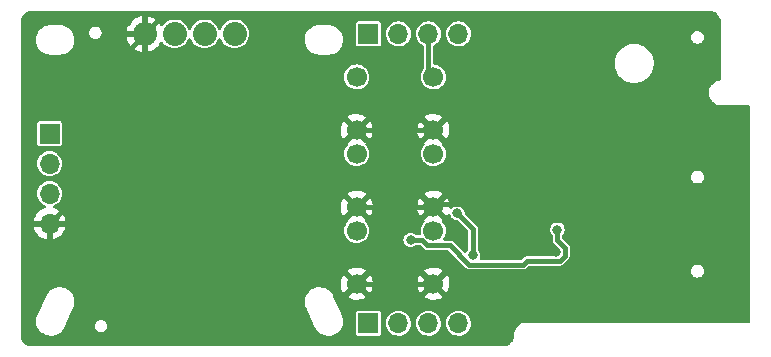
<source format=gbr>
%TF.GenerationSoftware,KiCad,Pcbnew,(6.0.5-0)*%
%TF.CreationDate,2022-10-09T22:43:55+09:00*%
%TF.ProjectId,qLAMP-lcd,714c414d-502d-46c6-9364-2e6b69636164,rev?*%
%TF.SameCoordinates,Original*%
%TF.FileFunction,Copper,L2,Bot*%
%TF.FilePolarity,Positive*%
%FSLAX46Y46*%
G04 Gerber Fmt 4.6, Leading zero omitted, Abs format (unit mm)*
G04 Created by KiCad (PCBNEW (6.0.5-0)) date 2022-10-09 22:43:55*
%MOMM*%
%LPD*%
G01*
G04 APERTURE LIST*
%TA.AperFunction,ComponentPad*%
%ADD10O,2.032000X2.032000*%
%TD*%
%TA.AperFunction,ComponentPad*%
%ADD11R,1.700000X1.700000*%
%TD*%
%TA.AperFunction,ComponentPad*%
%ADD12O,1.700000X1.700000*%
%TD*%
%TA.AperFunction,ComponentPad*%
%ADD13C,1.700000*%
%TD*%
%TA.AperFunction,ViaPad*%
%ADD14C,0.800000*%
%TD*%
%TA.AperFunction,Conductor*%
%ADD15C,0.381000*%
%TD*%
G04 APERTURE END LIST*
D10*
%TO.P,D2,1,GND*%
%TO.N,GND*%
X142540004Y-90499993D03*
%TO.P,D2,2,VCC*%
%TO.N,3V3D*%
X145080004Y-90499993D03*
%TO.P,D2,3,SCL*%
%TO.N,I2C_SCL*%
X147620004Y-90499993D03*
%TO.P,D2,4,SDA*%
%TO.N,I2C_SDA*%
X150160004Y-90499993D03*
%TD*%
D11*
%TO.P,J1,1,Pin_1*%
%TO.N,TACT3*%
X161500000Y-90500000D03*
D12*
%TO.P,J1,2,Pin_2*%
%TO.N,TACT2*%
X164040000Y-90500000D03*
%TO.P,J1,3,Pin_3*%
%TO.N,TACT1*%
X166580000Y-90500000D03*
%TO.P,J1,4,Pin_4*%
%TO.N,SD_CD*%
X169120000Y-90500000D03*
%TD*%
D11*
%TO.P,J3,1,Pin_1*%
%TO.N,3V3D*%
X134500000Y-98940000D03*
D12*
%TO.P,J3,2,Pin_2*%
%TO.N,I2C_SCL*%
X134500000Y-101480000D03*
%TO.P,J3,3,Pin_3*%
%TO.N,I2C_SDA*%
X134500000Y-104019999D03*
%TO.P,J3,4,Pin_4*%
%TO.N,GND*%
X134500000Y-106560000D03*
%TD*%
D13*
%TO.P,SW3,1,1*%
%TO.N,TACT3*%
X160500000Y-107150000D03*
%TO.P,SW3,2,2*%
X167000000Y-107150000D03*
%TO.P,SW3,3,3*%
%TO.N,GND*%
X160500000Y-111650000D03*
%TO.P,SW3,4,4*%
X167000000Y-111650000D03*
%TD*%
%TO.P,SW2,1,1*%
%TO.N,TACT2*%
X160500000Y-100650000D03*
%TO.P,SW2,2,2*%
X167000000Y-100650000D03*
%TO.P,SW2,3,3*%
%TO.N,GND*%
X160500000Y-105150000D03*
%TO.P,SW2,4,4*%
X167000000Y-105150000D03*
%TD*%
%TO.P,SW1,1,1*%
%TO.N,TACT1*%
X160500000Y-94150000D03*
%TO.P,SW1,2,2*%
X167000000Y-94150000D03*
%TO.P,SW1,3,3*%
%TO.N,GND*%
X160500000Y-98650000D03*
%TO.P,SW1,4,4*%
X167000000Y-98650000D03*
%TD*%
D11*
%TO.P,J2,1,Pin_1*%
%TO.N,SD_CS*%
X161500000Y-115000000D03*
D12*
%TO.P,J2,2,Pin_2*%
%TO.N,SCLK*%
X164040000Y-115000000D03*
%TO.P,J2,3,Pin_3*%
%TO.N,MISO*%
X166580000Y-115000000D03*
%TO.P,J2,4,Pin_4*%
%TO.N,MOSI*%
X169120000Y-115000000D03*
%TD*%
D14*
%TO.N,3V3D*%
X177500000Y-107066800D03*
X165068177Y-107943200D03*
%TO.N,SD_CD*%
X170356382Y-109236920D03*
X169036411Y-105670305D03*
%TO.N,GND*%
X152960000Y-96150000D03*
X137710000Y-116030000D03*
X136380000Y-99950000D03*
X135180000Y-110070000D03*
X151450000Y-116100000D03*
X154900000Y-99210000D03*
X157740000Y-106900000D03*
X183680000Y-107590000D03*
X164690000Y-113180000D03*
X161640000Y-101890000D03*
X132980000Y-92710000D03*
X133050000Y-116090000D03*
X153740000Y-109470000D03*
X142120000Y-116140000D03*
X187130000Y-110170000D03*
X142150000Y-104030000D03*
X143260000Y-106220000D03*
X178640000Y-102220000D03*
X153970000Y-106470000D03*
X139820000Y-114320000D03*
X134990000Y-95280000D03*
X151280000Y-112280000D03*
X143870000Y-91940000D03*
X161670000Y-95440000D03*
X175390000Y-105600000D03*
X180340000Y-97150000D03*
X141090000Y-89510000D03*
X175840000Y-89420000D03*
X132960000Y-108550000D03*
X182920000Y-99580000D03*
X154980000Y-92520000D03*
X186560000Y-105350000D03*
X165450000Y-104100000D03*
X158520000Y-93530000D03*
X187730000Y-91600000D03*
X149930000Y-94860000D03*
X139850000Y-92040000D03*
X137660000Y-98290000D03*
X172850000Y-98580000D03*
X146940000Y-112330000D03*
X137190000Y-92800000D03*
X180870000Y-110510000D03*
X147260000Y-92780000D03*
X173410000Y-90930000D03*
X144020000Y-98050000D03*
X141130000Y-98310000D03*
X155750000Y-89700000D03*
X178260000Y-91670000D03*
X169840000Y-104700000D03*
X176070000Y-114530000D03*
X171520000Y-116030000D03*
X146200000Y-107250000D03*
X189920000Y-101270000D03*
X173430000Y-113700000D03*
X137090000Y-103830000D03*
X155700000Y-116140000D03*
X177350000Y-108940000D03*
X189900000Y-89360000D03*
X162200000Y-93240000D03*
X149970000Y-106340000D03*
X162090000Y-108700000D03*
X183750000Y-112250000D03*
X132990000Y-89670000D03*
X142080000Y-112330000D03*
X185310000Y-89460000D03*
X147110000Y-116140000D03*
X185400000Y-96860000D03*
X180720000Y-105230000D03*
X152740000Y-102420000D03*
X172880000Y-94720000D03*
X156310000Y-102340000D03*
X165690000Y-97690000D03*
X133110000Y-111960000D03*
X144770000Y-110070000D03*
X158280000Y-100370000D03*
X133040000Y-97480000D03*
X165380000Y-93240000D03*
X169890000Y-100880000D03*
X158400000Y-109790000D03*
X144680000Y-114100000D03*
X144560000Y-102100000D03*
X167290000Y-113380000D03*
X149090000Y-102390000D03*
X170470000Y-92100000D03*
X189780000Y-107460000D03*
X170830000Y-89420000D03*
X155700000Y-112240000D03*
X188500000Y-95500000D03*
X144090000Y-94920000D03*
X140040000Y-102020000D03*
X150630000Y-99180000D03*
X140060000Y-94630000D03*
X180430000Y-89430000D03*
X156770000Y-96290000D03*
X161300000Y-113390000D03*
X175020000Y-110760000D03*
X159350000Y-116190000D03*
X187720000Y-99450000D03*
X139040000Y-105940000D03*
X141990000Y-108590000D03*
X137500000Y-112040000D03*
X137150000Y-89530000D03*
X147260000Y-97020000D03*
X181470000Y-102100000D03*
X172390000Y-102070000D03*
X137600000Y-108680000D03*
X177430000Y-98780000D03*
X139730000Y-110370000D03*
X185470000Y-101920000D03*
X151930000Y-91610000D03*
X175630000Y-101280000D03*
X170850000Y-112010000D03*
X170440000Y-96370000D03*
X148800000Y-109630000D03*
X175570000Y-96000000D03*
%TD*%
D15*
%TO.N,3V3D*%
X166485044Y-108393211D02*
X166070917Y-107979083D01*
X178143211Y-108611440D02*
X178143211Y-109268560D01*
X178143211Y-109268560D02*
X177678560Y-109733211D01*
X177500000Y-107968229D02*
X178143211Y-108611440D01*
X177500000Y-107066800D02*
X177500000Y-107968229D01*
X174628098Y-110030131D02*
X174925018Y-109733211D01*
X168390902Y-108393211D02*
X170027822Y-110030131D01*
X174925018Y-109733211D02*
X177678560Y-109733211D01*
X166485044Y-108393211D02*
X168390902Y-108393211D01*
X166070917Y-107979083D02*
X166035033Y-107943200D01*
X170027822Y-110030131D02*
X174628098Y-110030131D01*
X166035033Y-107943200D02*
X165068177Y-107943200D01*
%TO.N,SD_CD*%
X170356382Y-109236920D02*
X170356382Y-106990276D01*
X170356382Y-106990276D02*
X169036411Y-105670305D01*
%TO.N,TACT1*%
X166580000Y-93730000D02*
X167000000Y-94150000D01*
X166580000Y-90500000D02*
X166580000Y-93730000D01*
%TO.N,GND*%
X135743211Y-105316789D02*
X135743211Y-97296786D01*
X160500000Y-105150000D02*
X167000000Y-105150000D01*
X150940782Y-89090782D02*
X143949215Y-89090782D01*
X143949215Y-89090782D02*
X142540004Y-90499993D01*
X167272906Y-104877094D02*
X167000000Y-105150000D01*
X160500000Y-98650000D02*
X167000000Y-98650000D01*
X134500000Y-106560000D02*
X135743211Y-105316789D01*
X160500000Y-111650000D02*
X167000000Y-111650000D01*
X177350000Y-108940000D02*
X171510000Y-108940000D01*
X135743211Y-97296786D02*
X142540004Y-90499993D01*
X170940102Y-106450102D02*
X169367094Y-104877094D01*
X171510000Y-108940000D02*
X170940102Y-108370102D01*
X169367094Y-104877094D02*
X167272906Y-104877094D01*
X170940102Y-108370102D02*
X170940102Y-106450102D01*
X160500000Y-98650000D02*
X150940782Y-89090782D01*
%TD*%
%TA.AperFunction,Conductor*%
%TO.N,GND*%
G36*
X190378955Y-88552077D02*
G01*
X190381691Y-88551633D01*
X190389000Y-88554661D01*
X190397294Y-88551226D01*
X190542900Y-88563964D01*
X190564524Y-88567777D01*
X190703101Y-88604909D01*
X190723739Y-88612421D01*
X190853760Y-88673051D01*
X190872780Y-88684033D01*
X190990300Y-88766321D01*
X191007125Y-88780439D01*
X191108561Y-88881875D01*
X191122679Y-88898700D01*
X191204967Y-89016220D01*
X191215949Y-89035240D01*
X191276579Y-89165261D01*
X191284091Y-89185898D01*
X191312992Y-89293756D01*
X191321222Y-89324472D01*
X191325036Y-89346100D01*
X191333018Y-89437341D01*
X191337774Y-89491706D01*
X191332784Y-89492143D01*
X191333394Y-89494221D01*
X191333825Y-89497217D01*
X191334380Y-89499900D01*
X191334339Y-89500000D01*
X191334463Y-89500298D01*
X191337739Y-89516132D01*
X191337228Y-89520884D01*
X191338500Y-89529726D01*
X191338500Y-94334815D01*
X191318498Y-94402936D01*
X191264842Y-94449429D01*
X191224128Y-94460277D01*
X191200946Y-94462425D01*
X191200942Y-94462426D01*
X191195144Y-94462963D01*
X191189543Y-94464557D01*
X191189541Y-94464557D01*
X191145637Y-94477049D01*
X191007890Y-94516242D01*
X190833614Y-94603021D01*
X190678251Y-94720346D01*
X190674326Y-94724652D01*
X190551014Y-94859917D01*
X190551011Y-94859922D01*
X190547092Y-94864220D01*
X190544026Y-94869171D01*
X190544025Y-94869173D01*
X190512214Y-94920550D01*
X190444603Y-95029746D01*
X190374274Y-95211286D01*
X190338500Y-95402657D01*
X190338500Y-95597343D01*
X190374274Y-95788714D01*
X190444603Y-95970254D01*
X190547092Y-96135780D01*
X190551011Y-96140078D01*
X190551014Y-96140083D01*
X190579562Y-96171398D01*
X190678251Y-96279654D01*
X190833614Y-96396979D01*
X191007890Y-96483758D01*
X191100278Y-96510045D01*
X191189544Y-96535444D01*
X191189548Y-96535445D01*
X191195144Y-96537037D01*
X191200939Y-96537574D01*
X191370963Y-96553329D01*
X191370964Y-96553329D01*
X191389000Y-96555000D01*
X191389000Y-96554661D01*
X191390544Y-96554022D01*
X191399045Y-96554809D01*
X191399045Y-96550500D01*
X193712500Y-96550500D01*
X193780621Y-96570502D01*
X193827114Y-96624158D01*
X193838500Y-96676500D01*
X193838500Y-114823500D01*
X193818498Y-114891621D01*
X193764842Y-114938114D01*
X193712500Y-114949500D01*
X174899045Y-114949500D01*
X174899045Y-114947922D01*
X174896307Y-114948366D01*
X174889000Y-114945339D01*
X174888547Y-114945527D01*
X174863978Y-114947676D01*
X174863977Y-114947676D01*
X174772243Y-114955702D01*
X174705886Y-114961507D01*
X174594470Y-114991361D01*
X174533645Y-115007659D01*
X174533643Y-115007660D01*
X174528335Y-115009082D01*
X174523355Y-115011404D01*
X174523353Y-115011405D01*
X174366725Y-115084442D01*
X174366722Y-115084444D01*
X174361744Y-115086765D01*
X174211172Y-115192196D01*
X174081196Y-115322172D01*
X173975765Y-115472744D01*
X173973444Y-115477722D01*
X173973442Y-115477725D01*
X173900405Y-115634353D01*
X173898082Y-115639335D01*
X173850507Y-115816886D01*
X173834527Y-115999546D01*
X173834339Y-116000000D01*
X173837774Y-116008294D01*
X173833376Y-116058566D01*
X173825036Y-116153897D01*
X173821222Y-116175528D01*
X173784091Y-116314101D01*
X173776579Y-116334739D01*
X173715949Y-116464760D01*
X173704967Y-116483780D01*
X173622679Y-116601300D01*
X173608561Y-116618125D01*
X173507125Y-116719561D01*
X173490300Y-116733679D01*
X173372780Y-116815967D01*
X173353760Y-116826949D01*
X173223739Y-116887579D01*
X173203102Y-116895091D01*
X173064524Y-116932223D01*
X173042900Y-116936036D01*
X172897294Y-116948774D01*
X172896857Y-116943784D01*
X172894779Y-116944394D01*
X172891783Y-116944825D01*
X172889100Y-116945380D01*
X172889000Y-116945339D01*
X172888702Y-116945463D01*
X172872868Y-116948739D01*
X172868116Y-116948228D01*
X172859274Y-116949500D01*
X133010045Y-116949500D01*
X133010045Y-116947923D01*
X133007309Y-116948367D01*
X133000000Y-116945339D01*
X132991706Y-116948774D01*
X132846100Y-116936036D01*
X132824476Y-116932223D01*
X132685898Y-116895091D01*
X132665261Y-116887579D01*
X132535240Y-116826949D01*
X132516220Y-116815967D01*
X132398700Y-116733679D01*
X132381875Y-116719561D01*
X132280439Y-116618125D01*
X132266321Y-116601300D01*
X132184033Y-116483780D01*
X132173051Y-116464760D01*
X132112421Y-116334739D01*
X132104909Y-116314101D01*
X132067778Y-116175528D01*
X132063964Y-116153897D01*
X132055056Y-116052067D01*
X132051226Y-116008294D01*
X132056216Y-116007857D01*
X132055606Y-116005779D01*
X132055175Y-116002783D01*
X132054620Y-116000100D01*
X132054661Y-116000000D01*
X132054537Y-115999702D01*
X132051261Y-115983868D01*
X132051772Y-115979116D01*
X132050500Y-115970274D01*
X132050500Y-114696759D01*
X133348709Y-114696759D01*
X133349275Y-114780976D01*
X133350052Y-114896572D01*
X133350209Y-114919977D01*
X133351239Y-114925488D01*
X133351239Y-114925489D01*
X133385908Y-115111006D01*
X133391214Y-115139402D01*
X133470427Y-115348097D01*
X133473313Y-115352903D01*
X133473315Y-115352907D01*
X133582459Y-115534661D01*
X133582462Y-115534665D01*
X133585345Y-115539466D01*
X133732336Y-115707461D01*
X133906753Y-115846772D01*
X134103083Y-115952993D01*
X134182465Y-115979116D01*
X134309795Y-116021018D01*
X134309799Y-116021019D01*
X134315120Y-116022770D01*
X134320670Y-116023551D01*
X134320672Y-116023552D01*
X134382054Y-116032195D01*
X134536163Y-116053895D01*
X134541773Y-116053681D01*
X134541774Y-116053681D01*
X134753617Y-116045597D01*
X134759224Y-116045383D01*
X134977252Y-115997507D01*
X135183357Y-115911777D01*
X135188069Y-115908742D01*
X135188073Y-115908740D01*
X135366314Y-115793938D01*
X135371023Y-115790905D01*
X135534317Y-115638710D01*
X135661113Y-115469311D01*
X135665304Y-115463712D01*
X135665305Y-115463710D01*
X135668080Y-115460003D01*
X135695086Y-115410087D01*
X135702043Y-115395247D01*
X135774816Y-115240000D01*
X138319965Y-115240000D01*
X138338026Y-115377183D01*
X138390976Y-115505017D01*
X138406897Y-115525765D01*
X138470180Y-115608238D01*
X138470183Y-115608241D01*
X138475209Y-115614791D01*
X138584982Y-115699024D01*
X138592611Y-115702184D01*
X138705189Y-115748815D01*
X138705193Y-115748816D01*
X138712817Y-115751974D01*
X138720997Y-115753051D01*
X138721001Y-115753052D01*
X138841812Y-115768957D01*
X138850000Y-115770035D01*
X138858188Y-115768957D01*
X138978999Y-115753052D01*
X138979003Y-115753051D01*
X138987183Y-115751974D01*
X138994807Y-115748816D01*
X138994811Y-115748815D01*
X139107389Y-115702184D01*
X139115018Y-115699024D01*
X139224791Y-115614791D01*
X139229817Y-115608241D01*
X139229820Y-115608238D01*
X139293103Y-115525765D01*
X139309024Y-115505017D01*
X139361974Y-115377183D01*
X139380035Y-115240000D01*
X139361974Y-115102817D01*
X139309024Y-114974983D01*
X139245058Y-114891621D01*
X139229820Y-114871762D01*
X139229817Y-114871759D01*
X139224791Y-114865209D01*
X139186287Y-114835663D01*
X139121568Y-114786002D01*
X139115018Y-114780976D01*
X139107389Y-114777816D01*
X138994811Y-114731185D01*
X138994807Y-114731184D01*
X138987183Y-114728026D01*
X138979003Y-114726949D01*
X138978999Y-114726948D01*
X138858188Y-114711043D01*
X138850000Y-114709965D01*
X138712817Y-114728026D01*
X138584983Y-114780976D01*
X138475209Y-114865209D01*
X138390976Y-114974983D01*
X138338026Y-115102817D01*
X138319965Y-115240000D01*
X135774816Y-115240000D01*
X136348309Y-114016558D01*
X136506305Y-113679503D01*
X136563247Y-113523183D01*
X136601299Y-113303227D01*
X136600328Y-113158722D01*
X156095139Y-113158722D01*
X156107659Y-113381594D01*
X156159447Y-113598726D01*
X156180537Y-113651415D01*
X156181301Y-113653046D01*
X156181305Y-113653054D01*
X156633811Y-114618393D01*
X156991755Y-115382000D01*
X156993164Y-115384420D01*
X156993168Y-115384427D01*
X157029527Y-115446859D01*
X157075479Y-115525765D01*
X157220200Y-115695720D01*
X157392729Y-115837362D01*
X157397628Y-115840098D01*
X157397629Y-115840099D01*
X157455525Y-115872436D01*
X157587614Y-115946212D01*
X157592915Y-115948036D01*
X157592920Y-115948038D01*
X157729776Y-115995122D01*
X157798694Y-116018832D01*
X158019298Y-116052923D01*
X158024895Y-116052785D01*
X158024899Y-116052785D01*
X158117650Y-116050494D01*
X158242453Y-116047411D01*
X158263014Y-116043185D01*
X158273376Y-116041055D01*
X158461106Y-116002469D01*
X158466310Y-116000386D01*
X158466313Y-116000385D01*
X158663133Y-115921602D01*
X158663134Y-115921601D01*
X158668344Y-115919516D01*
X158680722Y-115911777D01*
X158747438Y-115870064D01*
X160446300Y-115870064D01*
X160458119Y-115929480D01*
X160503140Y-115996860D01*
X160520253Y-116008294D01*
X160556024Y-116032195D01*
X160570520Y-116041881D01*
X160629936Y-116053700D01*
X162370064Y-116053700D01*
X162429480Y-116041881D01*
X162443977Y-116032195D01*
X162479747Y-116008294D01*
X162496860Y-115996860D01*
X162541881Y-115929480D01*
X162553700Y-115870064D01*
X162553700Y-114985217D01*
X162981305Y-114985217D01*
X162983309Y-115009082D01*
X162998080Y-115184994D01*
X162998081Y-115184999D01*
X162998596Y-115191133D01*
X163021419Y-115270726D01*
X163052599Y-115379461D01*
X163055555Y-115389770D01*
X163096433Y-115469311D01*
X163118152Y-115511570D01*
X163150010Y-115573560D01*
X163153835Y-115578386D01*
X163153837Y-115578389D01*
X163245468Y-115693998D01*
X163278364Y-115735503D01*
X163283057Y-115739497D01*
X163283058Y-115739498D01*
X163409106Y-115846772D01*
X163435730Y-115869431D01*
X163616111Y-115970243D01*
X163812639Y-116034099D01*
X164017826Y-116058566D01*
X164023961Y-116058094D01*
X164023963Y-116058094D01*
X164217715Y-116043185D01*
X164217718Y-116043184D01*
X164223858Y-116042712D01*
X164422887Y-115987143D01*
X164607332Y-115893973D01*
X164634899Y-115872436D01*
X164765307Y-115770550D01*
X164765308Y-115770549D01*
X164770168Y-115766752D01*
X164905191Y-115610325D01*
X165007260Y-115430652D01*
X165072486Y-115234575D01*
X165098385Y-115029563D01*
X165098798Y-115000000D01*
X165097348Y-114985217D01*
X165521305Y-114985217D01*
X165523309Y-115009082D01*
X165538080Y-115184994D01*
X165538081Y-115184999D01*
X165538596Y-115191133D01*
X165561419Y-115270726D01*
X165592599Y-115379461D01*
X165595555Y-115389770D01*
X165636433Y-115469311D01*
X165658152Y-115511570D01*
X165690010Y-115573560D01*
X165693835Y-115578386D01*
X165693837Y-115578389D01*
X165785468Y-115693998D01*
X165818364Y-115735503D01*
X165823057Y-115739497D01*
X165823058Y-115739498D01*
X165949106Y-115846772D01*
X165975730Y-115869431D01*
X166156111Y-115970243D01*
X166352639Y-116034099D01*
X166557826Y-116058566D01*
X166563961Y-116058094D01*
X166563963Y-116058094D01*
X166757715Y-116043185D01*
X166757718Y-116043184D01*
X166763858Y-116042712D01*
X166962887Y-115987143D01*
X167147332Y-115893973D01*
X167174899Y-115872436D01*
X167305307Y-115770550D01*
X167305308Y-115770549D01*
X167310168Y-115766752D01*
X167445191Y-115610325D01*
X167547260Y-115430652D01*
X167612486Y-115234575D01*
X167638385Y-115029563D01*
X167638798Y-115000000D01*
X167637348Y-114985217D01*
X168061305Y-114985217D01*
X168063309Y-115009082D01*
X168078080Y-115184994D01*
X168078081Y-115184999D01*
X168078596Y-115191133D01*
X168101419Y-115270726D01*
X168132599Y-115379461D01*
X168135555Y-115389770D01*
X168176433Y-115469311D01*
X168198152Y-115511570D01*
X168230010Y-115573560D01*
X168233835Y-115578386D01*
X168233837Y-115578389D01*
X168325468Y-115693998D01*
X168358364Y-115735503D01*
X168363057Y-115739497D01*
X168363058Y-115739498D01*
X168489106Y-115846772D01*
X168515730Y-115869431D01*
X168696111Y-115970243D01*
X168892639Y-116034099D01*
X169097826Y-116058566D01*
X169103961Y-116058094D01*
X169103963Y-116058094D01*
X169297715Y-116043185D01*
X169297718Y-116043184D01*
X169303858Y-116042712D01*
X169502887Y-115987143D01*
X169687332Y-115893973D01*
X169714899Y-115872436D01*
X169845307Y-115770550D01*
X169845308Y-115770549D01*
X169850168Y-115766752D01*
X169985191Y-115610325D01*
X170087260Y-115430652D01*
X170152486Y-115234575D01*
X170178385Y-115029563D01*
X170178798Y-115000000D01*
X170158633Y-114794345D01*
X170139565Y-114731187D01*
X170100688Y-114602422D01*
X170098907Y-114596523D01*
X170035250Y-114476802D01*
X170004789Y-114419512D01*
X170004787Y-114419509D01*
X170001895Y-114414070D01*
X169998005Y-114409300D01*
X169998002Y-114409296D01*
X169875187Y-114258710D01*
X169875184Y-114258707D01*
X169871292Y-114253935D01*
X169866543Y-114250006D01*
X169716822Y-114126146D01*
X169716819Y-114126144D01*
X169712072Y-114122217D01*
X169530301Y-114023933D01*
X169431601Y-113993380D01*
X169338788Y-113964650D01*
X169338785Y-113964649D01*
X169332901Y-113962828D01*
X169326776Y-113962184D01*
X169326775Y-113962184D01*
X169133520Y-113941872D01*
X169133519Y-113941872D01*
X169127392Y-113941228D01*
X169000582Y-113952768D01*
X168927742Y-113959397D01*
X168927741Y-113959397D01*
X168921601Y-113959956D01*
X168723367Y-114018300D01*
X168540241Y-114114036D01*
X168379198Y-114243518D01*
X168246371Y-114401814D01*
X168243408Y-114407203D01*
X168243405Y-114407208D01*
X168239633Y-114414070D01*
X168146821Y-114582895D01*
X168084339Y-114779864D01*
X168083653Y-114785981D01*
X168083652Y-114785985D01*
X168064018Y-114961028D01*
X168061305Y-114985217D01*
X167637348Y-114985217D01*
X167618633Y-114794345D01*
X167599565Y-114731187D01*
X167560688Y-114602422D01*
X167558907Y-114596523D01*
X167495250Y-114476802D01*
X167464789Y-114419512D01*
X167464787Y-114419509D01*
X167461895Y-114414070D01*
X167458005Y-114409300D01*
X167458002Y-114409296D01*
X167335187Y-114258710D01*
X167335184Y-114258707D01*
X167331292Y-114253935D01*
X167326543Y-114250006D01*
X167176822Y-114126146D01*
X167176819Y-114126144D01*
X167172072Y-114122217D01*
X166990301Y-114023933D01*
X166891601Y-113993380D01*
X166798788Y-113964650D01*
X166798785Y-113964649D01*
X166792901Y-113962828D01*
X166786776Y-113962184D01*
X166786775Y-113962184D01*
X166593520Y-113941872D01*
X166593519Y-113941872D01*
X166587392Y-113941228D01*
X166460582Y-113952768D01*
X166387742Y-113959397D01*
X166387741Y-113959397D01*
X166381601Y-113959956D01*
X166183367Y-114018300D01*
X166000241Y-114114036D01*
X165839198Y-114243518D01*
X165706371Y-114401814D01*
X165703408Y-114407203D01*
X165703405Y-114407208D01*
X165699633Y-114414070D01*
X165606821Y-114582895D01*
X165544339Y-114779864D01*
X165543653Y-114785981D01*
X165543652Y-114785985D01*
X165524018Y-114961028D01*
X165521305Y-114985217D01*
X165097348Y-114985217D01*
X165078633Y-114794345D01*
X165059565Y-114731187D01*
X165020688Y-114602422D01*
X165018907Y-114596523D01*
X164955250Y-114476802D01*
X164924789Y-114419512D01*
X164924787Y-114419509D01*
X164921895Y-114414070D01*
X164918005Y-114409300D01*
X164918002Y-114409296D01*
X164795187Y-114258710D01*
X164795184Y-114258707D01*
X164791292Y-114253935D01*
X164786543Y-114250006D01*
X164636822Y-114126146D01*
X164636819Y-114126144D01*
X164632072Y-114122217D01*
X164450301Y-114023933D01*
X164351601Y-113993380D01*
X164258788Y-113964650D01*
X164258785Y-113964649D01*
X164252901Y-113962828D01*
X164246776Y-113962184D01*
X164246775Y-113962184D01*
X164053520Y-113941872D01*
X164053519Y-113941872D01*
X164047392Y-113941228D01*
X163920582Y-113952768D01*
X163847742Y-113959397D01*
X163847741Y-113959397D01*
X163841601Y-113959956D01*
X163643367Y-114018300D01*
X163460241Y-114114036D01*
X163299198Y-114243518D01*
X163166371Y-114401814D01*
X163163408Y-114407203D01*
X163163405Y-114407208D01*
X163159633Y-114414070D01*
X163066821Y-114582895D01*
X163004339Y-114779864D01*
X163003653Y-114785981D01*
X163003652Y-114785985D01*
X162984018Y-114961028D01*
X162981305Y-114985217D01*
X162553700Y-114985217D01*
X162553700Y-114129936D01*
X162541881Y-114070520D01*
X162496860Y-114003140D01*
X162429480Y-113958119D01*
X162370064Y-113946300D01*
X160629936Y-113946300D01*
X160570520Y-113958119D01*
X160503140Y-114003140D01*
X160458119Y-114070520D01*
X160446300Y-114129936D01*
X160446300Y-115870064D01*
X158747438Y-115870064D01*
X158852863Y-115804149D01*
X158852865Y-115804147D01*
X158857616Y-115801177D01*
X159022943Y-115651190D01*
X159159094Y-115474296D01*
X159213643Y-115368994D01*
X159259188Y-115281074D01*
X159259189Y-115281071D01*
X159261770Y-115276089D01*
X159275464Y-115231812D01*
X159312824Y-115111006D01*
X159327723Y-115062831D01*
X159334024Y-115011405D01*
X159354187Y-114846835D01*
X159354187Y-114846830D01*
X159354869Y-114841265D01*
X159342349Y-114618393D01*
X159290561Y-114401260D01*
X159269471Y-114348572D01*
X159161993Y-114119286D01*
X158617027Y-112956703D01*
X158531784Y-112774853D01*
X159739977Y-112774853D01*
X159745258Y-112781907D01*
X159906756Y-112876279D01*
X159916042Y-112880729D01*
X160115001Y-112956703D01*
X160124899Y-112959579D01*
X160333595Y-113002038D01*
X160343823Y-113003257D01*
X160556650Y-113011062D01*
X160566936Y-113010595D01*
X160778185Y-112983534D01*
X160788262Y-112981392D01*
X160992255Y-112920191D01*
X161001842Y-112916433D01*
X161193098Y-112822738D01*
X161201944Y-112817465D01*
X161249247Y-112783723D01*
X161256211Y-112774853D01*
X166239977Y-112774853D01*
X166245258Y-112781907D01*
X166406756Y-112876279D01*
X166416042Y-112880729D01*
X166615001Y-112956703D01*
X166624899Y-112959579D01*
X166833595Y-113002038D01*
X166843823Y-113003257D01*
X167056650Y-113011062D01*
X167066936Y-113010595D01*
X167278185Y-112983534D01*
X167288262Y-112981392D01*
X167492255Y-112920191D01*
X167501842Y-112916433D01*
X167693098Y-112822738D01*
X167701944Y-112817465D01*
X167749247Y-112783723D01*
X167757648Y-112773023D01*
X167750660Y-112759870D01*
X167012812Y-112022022D01*
X166998868Y-112014408D01*
X166997035Y-112014539D01*
X166990420Y-112018790D01*
X166246737Y-112762473D01*
X166239977Y-112774853D01*
X161256211Y-112774853D01*
X161257648Y-112773023D01*
X161250660Y-112759870D01*
X160512812Y-112022022D01*
X160498868Y-112014408D01*
X160497035Y-112014539D01*
X160490420Y-112018790D01*
X159746737Y-112762473D01*
X159739977Y-112774853D01*
X158531784Y-112774853D01*
X158458253Y-112617987D01*
X158374529Y-112474221D01*
X158229809Y-112304266D01*
X158113865Y-112209080D01*
X158061617Y-112166186D01*
X158061615Y-112166184D01*
X158057279Y-112162625D01*
X157862394Y-112053774D01*
X157837586Y-112045239D01*
X157656625Y-111982982D01*
X157656623Y-111982982D01*
X157651314Y-111981155D01*
X157430710Y-111947063D01*
X157425113Y-111947201D01*
X157425109Y-111947201D01*
X157332358Y-111949492D01*
X157207555Y-111952575D01*
X157202063Y-111953704D01*
X157202062Y-111953704D01*
X157164641Y-111961396D01*
X156988902Y-111997518D01*
X156983697Y-111999601D01*
X156983695Y-111999602D01*
X156935758Y-112018790D01*
X156781664Y-112080470D01*
X156776905Y-112083445D01*
X156776904Y-112083446D01*
X156715839Y-112121626D01*
X156592392Y-112198810D01*
X156588245Y-112202572D01*
X156588240Y-112202576D01*
X156476150Y-112304266D01*
X156427065Y-112348797D01*
X156290914Y-112525690D01*
X156288338Y-112530663D01*
X156288336Y-112530666D01*
X156283510Y-112539982D01*
X156188239Y-112723897D01*
X156186582Y-112729256D01*
X156186580Y-112729260D01*
X156169737Y-112783723D01*
X156122286Y-112937155D01*
X156121603Y-112942726D01*
X156121603Y-112942728D01*
X156104096Y-113085620D01*
X156095139Y-113158722D01*
X136600328Y-113158722D01*
X136599799Y-113080009D01*
X136558795Y-112860584D01*
X136479582Y-112651888D01*
X136476699Y-112647087D01*
X136476696Y-112647081D01*
X136367549Y-112465325D01*
X136364663Y-112460519D01*
X136217672Y-112292524D01*
X136043255Y-112153213D01*
X135846925Y-112046992D01*
X135742940Y-112012773D01*
X135640213Y-111978968D01*
X135640210Y-111978967D01*
X135634888Y-111977216D01*
X135629338Y-111976435D01*
X135629336Y-111976434D01*
X135551324Y-111965449D01*
X135413845Y-111946091D01*
X135408236Y-111946305D01*
X135408235Y-111946305D01*
X135196391Y-111954388D01*
X135196390Y-111954388D01*
X135190784Y-111954602D01*
X134972756Y-112002478D01*
X134766652Y-112088208D01*
X134761940Y-112091243D01*
X134761936Y-112091245D01*
X134651112Y-112162625D01*
X134578986Y-112209080D01*
X134415691Y-112361276D01*
X134412328Y-112365769D01*
X134412327Y-112365770D01*
X134292626Y-112525690D01*
X134281928Y-112539982D01*
X134254922Y-112589898D01*
X134254156Y-112591531D01*
X134254152Y-112591540D01*
X133481590Y-114239659D01*
X133443703Y-114320483D01*
X133442744Y-114323117D01*
X133442741Y-114323123D01*
X133414077Y-114401814D01*
X133386761Y-114476802D01*
X133348709Y-114696759D01*
X132050500Y-114696759D01*
X132050500Y-111621863D01*
X159138050Y-111621863D01*
X159150309Y-111834477D01*
X159151745Y-111844697D01*
X159198565Y-112052446D01*
X159201645Y-112062275D01*
X159281770Y-112259603D01*
X159286413Y-112268794D01*
X159366460Y-112399420D01*
X159376916Y-112408880D01*
X159385694Y-112405096D01*
X160127978Y-111662812D01*
X160134356Y-111651132D01*
X160864408Y-111651132D01*
X160864539Y-111652965D01*
X160868790Y-111659580D01*
X161610474Y-112401264D01*
X161622484Y-112407823D01*
X161634223Y-112398855D01*
X161665004Y-112356019D01*
X161670315Y-112347180D01*
X161764670Y-112156267D01*
X161768469Y-112146672D01*
X161830376Y-111942915D01*
X161832555Y-111932834D01*
X161860590Y-111719887D01*
X161861109Y-111713212D01*
X161862572Y-111653364D01*
X161862378Y-111646646D01*
X161860341Y-111621863D01*
X165638050Y-111621863D01*
X165650309Y-111834477D01*
X165651745Y-111844697D01*
X165698565Y-112052446D01*
X165701645Y-112062275D01*
X165781770Y-112259603D01*
X165786413Y-112268794D01*
X165866460Y-112399420D01*
X165876916Y-112408880D01*
X165885694Y-112405096D01*
X166627978Y-111662812D01*
X166634356Y-111651132D01*
X167364408Y-111651132D01*
X167364539Y-111652965D01*
X167368790Y-111659580D01*
X168110474Y-112401264D01*
X168122484Y-112407823D01*
X168134223Y-112398855D01*
X168165004Y-112356019D01*
X168170315Y-112347180D01*
X168264670Y-112156267D01*
X168268469Y-112146672D01*
X168330376Y-111942915D01*
X168332555Y-111932834D01*
X168360590Y-111719887D01*
X168361109Y-111713212D01*
X168362572Y-111653364D01*
X168362378Y-111646646D01*
X168344781Y-111432604D01*
X168343096Y-111422424D01*
X168291214Y-111215875D01*
X168287894Y-111206124D01*
X168202972Y-111010814D01*
X168198105Y-111001739D01*
X168133063Y-110901197D01*
X168122377Y-110891995D01*
X168112812Y-110896398D01*
X167372022Y-111637188D01*
X167364408Y-111651132D01*
X166634356Y-111651132D01*
X166635592Y-111648868D01*
X166635461Y-111647035D01*
X166631210Y-111640420D01*
X165889849Y-110899059D01*
X165878313Y-110892759D01*
X165866031Y-110902382D01*
X165818089Y-110972662D01*
X165813004Y-110981613D01*
X165723338Y-111174783D01*
X165719775Y-111184470D01*
X165662864Y-111389681D01*
X165660933Y-111399800D01*
X165638302Y-111611574D01*
X165638050Y-111621863D01*
X161860341Y-111621863D01*
X161844781Y-111432604D01*
X161843096Y-111422424D01*
X161791214Y-111215875D01*
X161787894Y-111206124D01*
X161702972Y-111010814D01*
X161698105Y-111001739D01*
X161633063Y-110901197D01*
X161622377Y-110891995D01*
X161612812Y-110896398D01*
X160872022Y-111637188D01*
X160864408Y-111651132D01*
X160134356Y-111651132D01*
X160135592Y-111648868D01*
X160135461Y-111647035D01*
X160131210Y-111640420D01*
X159389849Y-110899059D01*
X159378313Y-110892759D01*
X159366031Y-110902382D01*
X159318089Y-110972662D01*
X159313004Y-110981613D01*
X159223338Y-111174783D01*
X159219775Y-111184470D01*
X159162864Y-111389681D01*
X159160933Y-111399800D01*
X159138302Y-111611574D01*
X159138050Y-111621863D01*
X132050500Y-111621863D01*
X132050500Y-110526427D01*
X159741223Y-110526427D01*
X159747968Y-110538758D01*
X160487188Y-111277978D01*
X160501132Y-111285592D01*
X160502965Y-111285461D01*
X160509580Y-111281210D01*
X161253389Y-110537401D01*
X161259382Y-110526427D01*
X166241223Y-110526427D01*
X166247968Y-110538758D01*
X166987188Y-111277978D01*
X167001132Y-111285592D01*
X167002965Y-111285461D01*
X167009580Y-111281210D01*
X167700790Y-110590000D01*
X188794750Y-110590000D01*
X188813670Y-110733709D01*
X188869139Y-110867625D01*
X188957379Y-110982621D01*
X189072375Y-111070861D01*
X189206291Y-111126330D01*
X189350000Y-111145250D01*
X189493709Y-111126330D01*
X189627625Y-111070861D01*
X189742621Y-110982621D01*
X189830861Y-110867625D01*
X189886330Y-110733709D01*
X189905250Y-110590000D01*
X189886330Y-110446291D01*
X189830861Y-110312375D01*
X189742621Y-110197379D01*
X189627625Y-110109139D01*
X189493709Y-110053670D01*
X189350000Y-110034750D01*
X189206291Y-110053670D01*
X189072375Y-110109139D01*
X188957379Y-110197379D01*
X188869139Y-110312375D01*
X188813670Y-110446291D01*
X188795473Y-110584508D01*
X188794750Y-110590000D01*
X167700790Y-110590000D01*
X167753389Y-110537401D01*
X167760410Y-110524544D01*
X167753611Y-110515213D01*
X167749554Y-110512518D01*
X167563117Y-110409599D01*
X167553705Y-110405369D01*
X167352959Y-110334280D01*
X167342989Y-110331646D01*
X167133327Y-110294301D01*
X167123073Y-110293331D01*
X166910116Y-110290728D01*
X166899832Y-110291448D01*
X166689321Y-110323661D01*
X166679293Y-110326050D01*
X166476868Y-110392212D01*
X166467359Y-110396209D01*
X166278466Y-110494540D01*
X166269734Y-110500039D01*
X166249677Y-110515099D01*
X166241223Y-110526427D01*
X161259382Y-110526427D01*
X161260410Y-110524544D01*
X161253611Y-110515213D01*
X161249554Y-110512518D01*
X161063117Y-110409599D01*
X161053705Y-110405369D01*
X160852959Y-110334280D01*
X160842989Y-110331646D01*
X160633327Y-110294301D01*
X160623073Y-110293331D01*
X160410116Y-110290728D01*
X160399832Y-110291448D01*
X160189321Y-110323661D01*
X160179293Y-110326050D01*
X159976868Y-110392212D01*
X159967359Y-110396209D01*
X159778466Y-110494540D01*
X159769734Y-110500039D01*
X159749677Y-110515099D01*
X159741223Y-110526427D01*
X132050500Y-110526427D01*
X132050500Y-106827966D01*
X133168257Y-106827966D01*
X133198565Y-106962446D01*
X133201645Y-106972275D01*
X133281770Y-107169603D01*
X133286413Y-107178794D01*
X133397694Y-107360388D01*
X133403777Y-107368699D01*
X133543213Y-107529667D01*
X133550580Y-107536883D01*
X133714434Y-107672916D01*
X133722881Y-107678831D01*
X133906756Y-107786279D01*
X133916042Y-107790729D01*
X134115001Y-107866703D01*
X134124899Y-107869579D01*
X134228250Y-107890606D01*
X134242299Y-107889410D01*
X134246000Y-107879065D01*
X134246000Y-107878517D01*
X134754000Y-107878517D01*
X134758064Y-107892359D01*
X134771478Y-107894393D01*
X134778184Y-107893534D01*
X134788262Y-107891392D01*
X134992255Y-107830191D01*
X135001842Y-107826433D01*
X135193095Y-107732739D01*
X135201945Y-107727464D01*
X135375328Y-107603792D01*
X135383200Y-107597139D01*
X135534052Y-107446812D01*
X135540730Y-107438965D01*
X135665003Y-107266020D01*
X135670313Y-107257183D01*
X135730593Y-107135217D01*
X159441305Y-107135217D01*
X159441821Y-107141361D01*
X159458080Y-107334994D01*
X159458081Y-107334999D01*
X159458596Y-107341133D01*
X159481468Y-107420896D01*
X159508818Y-107516274D01*
X159515555Y-107539770D01*
X159610010Y-107723560D01*
X159613835Y-107728386D01*
X159613837Y-107728389D01*
X159691546Y-107826433D01*
X159738364Y-107885503D01*
X159743057Y-107889497D01*
X159743058Y-107889498D01*
X159887093Y-108012080D01*
X159895730Y-108019431D01*
X160076111Y-108120243D01*
X160272639Y-108184099D01*
X160477826Y-108208566D01*
X160483961Y-108208094D01*
X160483963Y-108208094D01*
X160677715Y-108193185D01*
X160677718Y-108193184D01*
X160683858Y-108192712D01*
X160882887Y-108137143D01*
X161067332Y-108043973D01*
X161072299Y-108040093D01*
X161196316Y-107943200D01*
X164459268Y-107943200D01*
X164480016Y-108100797D01*
X164483175Y-108108424D01*
X164483176Y-108108427D01*
X164507360Y-108166812D01*
X164540846Y-108247654D01*
X164637613Y-108373764D01*
X164763722Y-108470531D01*
X164837151Y-108500946D01*
X164902950Y-108528201D01*
X164902953Y-108528202D01*
X164910580Y-108531361D01*
X165068177Y-108552109D01*
X165076365Y-108551031D01*
X165217586Y-108532439D01*
X165225774Y-108531361D01*
X165233401Y-108528202D01*
X165233404Y-108528201D01*
X165299203Y-108500946D01*
X165372632Y-108470531D01*
X165498741Y-108373764D01*
X165499516Y-108372754D01*
X165558988Y-108340279D01*
X165585771Y-108337400D01*
X165819561Y-108337400D01*
X165887682Y-108357402D01*
X165908656Y-108374304D01*
X166162154Y-108627803D01*
X166162154Y-108627804D01*
X166250451Y-108716101D01*
X166267911Y-108724997D01*
X166269604Y-108725860D01*
X166286461Y-108736191D01*
X166295825Y-108742994D01*
X166295827Y-108742995D01*
X166303850Y-108748824D01*
X166313277Y-108751887D01*
X166313283Y-108751890D01*
X166324296Y-108755468D01*
X166342560Y-108763033D01*
X166361711Y-108772791D01*
X166371501Y-108774342D01*
X166371502Y-108774342D01*
X166382944Y-108776154D01*
X166402161Y-108780767D01*
X166422608Y-108787411D01*
X168175429Y-108787411D01*
X168243550Y-108807413D01*
X168264524Y-108824316D01*
X169793229Y-110353021D01*
X169810689Y-110361917D01*
X169812382Y-110362780D01*
X169829239Y-110373111D01*
X169838603Y-110379914D01*
X169838605Y-110379915D01*
X169846628Y-110385744D01*
X169856055Y-110388807D01*
X169856061Y-110388810D01*
X169867074Y-110392388D01*
X169885338Y-110399953D01*
X169904489Y-110409711D01*
X169914279Y-110411262D01*
X169914280Y-110411262D01*
X169925722Y-110413074D01*
X169944939Y-110417687D01*
X169965386Y-110424331D01*
X174690533Y-110424331D01*
X174710980Y-110417687D01*
X174730198Y-110413074D01*
X174741640Y-110411262D01*
X174741642Y-110411261D01*
X174751431Y-110409711D01*
X174770582Y-110399953D01*
X174788846Y-110392388D01*
X174799859Y-110388810D01*
X174799865Y-110388807D01*
X174809292Y-110385744D01*
X174817315Y-110379915D01*
X174817317Y-110379914D01*
X174826681Y-110373111D01*
X174843538Y-110362780D01*
X174845231Y-110361917D01*
X174862691Y-110353021D01*
X175051396Y-110164316D01*
X175113708Y-110130290D01*
X175140491Y-110127411D01*
X177740995Y-110127411D01*
X177761442Y-110120767D01*
X177780660Y-110116154D01*
X177792102Y-110114342D01*
X177792104Y-110114341D01*
X177801893Y-110112791D01*
X177821044Y-110103033D01*
X177839308Y-110095468D01*
X177850321Y-110091890D01*
X177850327Y-110091887D01*
X177859754Y-110088824D01*
X177867777Y-110082995D01*
X177867779Y-110082994D01*
X177877143Y-110076191D01*
X177894000Y-110065860D01*
X177895693Y-110064997D01*
X177913153Y-110056101D01*
X178466101Y-109503153D01*
X178475860Y-109484000D01*
X178486191Y-109467143D01*
X178492994Y-109457779D01*
X178492995Y-109457777D01*
X178498824Y-109449754D01*
X178501887Y-109440327D01*
X178501890Y-109440321D01*
X178505468Y-109429308D01*
X178513034Y-109411041D01*
X178517565Y-109402150D01*
X178522791Y-109391893D01*
X178526154Y-109370660D01*
X178530767Y-109351442D01*
X178537411Y-109330995D01*
X178537411Y-108549005D01*
X178530767Y-108528558D01*
X178526154Y-108509340D01*
X178524342Y-108497898D01*
X178524341Y-108497896D01*
X178522791Y-108488107D01*
X178513033Y-108468956D01*
X178505468Y-108450692D01*
X178501890Y-108439679D01*
X178501887Y-108439673D01*
X178498824Y-108430246D01*
X178492995Y-108422223D01*
X178492994Y-108422221D01*
X178486191Y-108412857D01*
X178475860Y-108396000D01*
X178474997Y-108394307D01*
X178466101Y-108376847D01*
X177931105Y-107841851D01*
X177897079Y-107779539D01*
X177894200Y-107752756D01*
X177894200Y-107584395D01*
X177914202Y-107516274D01*
X177927623Y-107499621D01*
X177930564Y-107497364D01*
X178027331Y-107371254D01*
X178088161Y-107224397D01*
X178094064Y-107179563D01*
X178107831Y-107074988D01*
X178108909Y-107066800D01*
X178088161Y-106909203D01*
X178079452Y-106888176D01*
X178048727Y-106814000D01*
X178027331Y-106762346D01*
X177930564Y-106636236D01*
X177804455Y-106539469D01*
X177731026Y-106509054D01*
X177665227Y-106481799D01*
X177665224Y-106481798D01*
X177657597Y-106478639D01*
X177500000Y-106457891D01*
X177342403Y-106478639D01*
X177334776Y-106481798D01*
X177334773Y-106481799D01*
X177268975Y-106509054D01*
X177195546Y-106539469D01*
X177069436Y-106636236D01*
X176972669Y-106762346D01*
X176951273Y-106814000D01*
X176920549Y-106888176D01*
X176911839Y-106909203D01*
X176891091Y-107066800D01*
X176892169Y-107074988D01*
X176905937Y-107179563D01*
X176911839Y-107224397D01*
X176972669Y-107371254D01*
X177069436Y-107497364D01*
X177070445Y-107498138D01*
X177102921Y-107557612D01*
X177105800Y-107584395D01*
X177105800Y-108030664D01*
X177112444Y-108051111D01*
X177117057Y-108070329D01*
X177120420Y-108091562D01*
X177129014Y-108108427D01*
X177130177Y-108110710D01*
X177137743Y-108128977D01*
X177141321Y-108139990D01*
X177141324Y-108139996D01*
X177144387Y-108149423D01*
X177150216Y-108157446D01*
X177150217Y-108157448D01*
X177157020Y-108166812D01*
X177167351Y-108183669D01*
X177177110Y-108202822D01*
X177712106Y-108737818D01*
X177746132Y-108800130D01*
X177749011Y-108826913D01*
X177749011Y-109053087D01*
X177729009Y-109121208D01*
X177712106Y-109142182D01*
X177552182Y-109302106D01*
X177489870Y-109336132D01*
X177463087Y-109339011D01*
X174862582Y-109339011D01*
X174842135Y-109345655D01*
X174822918Y-109350268D01*
X174811476Y-109352080D01*
X174811475Y-109352080D01*
X174801685Y-109353631D01*
X174782534Y-109363389D01*
X174764270Y-109370954D01*
X174753257Y-109374532D01*
X174753251Y-109374535D01*
X174743824Y-109377598D01*
X174735801Y-109383427D01*
X174735799Y-109383428D01*
X174726435Y-109390231D01*
X174709578Y-109400562D01*
X174690425Y-109410321D01*
X174501720Y-109599026D01*
X174439408Y-109633052D01*
X174412625Y-109635931D01*
X171033119Y-109635931D01*
X170964998Y-109615929D01*
X170918505Y-109562273D01*
X170908401Y-109491999D01*
X170916710Y-109461714D01*
X170941382Y-109402150D01*
X170941383Y-109402145D01*
X170944543Y-109394517D01*
X170951851Y-109339011D01*
X170964213Y-109245108D01*
X170965291Y-109236920D01*
X170944543Y-109079323D01*
X170936459Y-109059805D01*
X170886873Y-108940096D01*
X170883713Y-108932466D01*
X170786946Y-108806356D01*
X170785937Y-108805582D01*
X170753461Y-108746108D01*
X170750582Y-108719325D01*
X170750582Y-106927841D01*
X170743938Y-106907394D01*
X170739325Y-106888176D01*
X170737513Y-106876734D01*
X170737512Y-106876732D01*
X170735962Y-106866943D01*
X170726204Y-106847792D01*
X170718639Y-106829528D01*
X170715061Y-106818515D01*
X170715058Y-106818509D01*
X170711995Y-106809082D01*
X170706166Y-106801059D01*
X170706165Y-106801057D01*
X170699362Y-106791693D01*
X170689031Y-106774836D01*
X170688168Y-106773143D01*
X170679272Y-106755683D01*
X169681147Y-105757558D01*
X169647121Y-105695246D01*
X169644836Y-105673985D01*
X169645320Y-105670305D01*
X169624572Y-105512708D01*
X169563742Y-105365851D01*
X169514910Y-105302212D01*
X169472002Y-105246292D01*
X169472001Y-105246291D01*
X169466975Y-105239741D01*
X169340866Y-105142974D01*
X169265059Y-105111574D01*
X169201638Y-105085304D01*
X169201635Y-105085303D01*
X169194008Y-105082144D01*
X169036411Y-105061396D01*
X168878814Y-105082144D01*
X168871187Y-105085303D01*
X168871184Y-105085304D01*
X168805386Y-105112559D01*
X168731957Y-105142974D01*
X168605847Y-105239741D01*
X168600824Y-105246287D01*
X168600818Y-105246293D01*
X168587757Y-105263314D01*
X168530419Y-105305181D01*
X168459548Y-105309402D01*
X168397645Y-105274637D01*
X168364365Y-105211923D01*
X168361834Y-105183529D01*
X168362572Y-105153363D01*
X168362378Y-105146646D01*
X168344781Y-104932604D01*
X168343096Y-104922424D01*
X168291214Y-104715875D01*
X168287894Y-104706124D01*
X168202972Y-104510814D01*
X168198105Y-104501739D01*
X168133063Y-104401197D01*
X168122377Y-104391995D01*
X168112812Y-104396398D01*
X167372022Y-105137188D01*
X167364408Y-105151132D01*
X167364539Y-105152965D01*
X167368790Y-105159580D01*
X168110474Y-105901264D01*
X168122484Y-105907823D01*
X168134223Y-105898855D01*
X168165004Y-105856019D01*
X168170312Y-105847184D01*
X168208044Y-105770841D01*
X168256158Y-105718635D01*
X168324860Y-105700728D01*
X168392336Y-105722807D01*
X168437164Y-105777861D01*
X168445923Y-105810225D01*
X168448250Y-105827902D01*
X168451409Y-105835529D01*
X168451410Y-105835532D01*
X168459896Y-105856019D01*
X168509080Y-105974759D01*
X168605847Y-106100869D01*
X168731956Y-106197636D01*
X168805385Y-106228051D01*
X168871184Y-106255306D01*
X168871187Y-106255307D01*
X168878814Y-106258466D01*
X169036411Y-106279214D01*
X169037674Y-106279048D01*
X169102690Y-106298138D01*
X169123664Y-106315041D01*
X169925277Y-107116654D01*
X169959303Y-107178966D01*
X169962182Y-107205749D01*
X169962182Y-108719325D01*
X169942180Y-108787446D01*
X169928759Y-108804099D01*
X169925818Y-108806356D01*
X169829051Y-108932466D01*
X169825891Y-108940096D01*
X169801217Y-108999663D01*
X169756668Y-109054943D01*
X169689304Y-109077364D01*
X169620513Y-109059805D01*
X169595713Y-109040539D01*
X168625495Y-108070321D01*
X168606342Y-108060562D01*
X168589485Y-108050231D01*
X168580121Y-108043428D01*
X168580119Y-108043427D01*
X168572096Y-108037598D01*
X168562669Y-108034535D01*
X168562663Y-108034532D01*
X168551650Y-108030954D01*
X168533386Y-108023389D01*
X168514235Y-108013631D01*
X168504446Y-108012081D01*
X168504444Y-108012080D01*
X168493002Y-108010268D01*
X168473784Y-108005655D01*
X168453337Y-107999011D01*
X167934371Y-107999011D01*
X167866250Y-107979009D01*
X167819757Y-107925353D01*
X167809653Y-107855079D01*
X167838990Y-107790680D01*
X167861162Y-107764993D01*
X167861163Y-107764991D01*
X167865191Y-107760325D01*
X167967260Y-107580652D01*
X168032486Y-107384575D01*
X168058385Y-107179563D01*
X168058798Y-107150000D01*
X168038633Y-106944345D01*
X168030804Y-106918412D01*
X167980688Y-106752422D01*
X167978907Y-106746523D01*
X167881895Y-106564070D01*
X167878001Y-106559295D01*
X167877998Y-106559291D01*
X167765889Y-106421831D01*
X167738335Y-106356400D01*
X167750531Y-106286458D01*
X167758262Y-106274180D01*
X167750660Y-106259870D01*
X167012812Y-105522022D01*
X166998868Y-105514408D01*
X166997035Y-105514539D01*
X166990420Y-105518790D01*
X166246737Y-106262473D01*
X166239123Y-106276417D01*
X166239240Y-106278066D01*
X166260931Y-106336222D01*
X166245839Y-106405596D01*
X166231774Y-106426200D01*
X166126371Y-106551814D01*
X166123408Y-106557203D01*
X166123405Y-106557208D01*
X166076361Y-106642782D01*
X166026821Y-106732895D01*
X165964339Y-106929864D01*
X165963653Y-106935981D01*
X165963652Y-106935985D01*
X165949039Y-107066267D01*
X165941305Y-107135217D01*
X165941821Y-107141361D01*
X165958080Y-107334994D01*
X165958081Y-107334999D01*
X165958596Y-107341133D01*
X165960293Y-107347052D01*
X165960294Y-107347056D01*
X165972112Y-107388270D01*
X165971661Y-107459265D01*
X165932899Y-107518746D01*
X165868133Y-107547829D01*
X165850993Y-107549000D01*
X165585771Y-107549000D01*
X165517650Y-107528998D01*
X165500999Y-107515579D01*
X165498741Y-107512636D01*
X165372632Y-107415869D01*
X165264921Y-107371254D01*
X165233404Y-107358199D01*
X165233401Y-107358198D01*
X165225774Y-107355039D01*
X165068177Y-107334291D01*
X164910580Y-107355039D01*
X164902953Y-107358198D01*
X164902950Y-107358199D01*
X164839274Y-107384575D01*
X164763723Y-107415869D01*
X164637613Y-107512636D01*
X164540846Y-107638746D01*
X164510431Y-107712174D01*
X164493622Y-107752756D01*
X164480016Y-107785603D01*
X164459268Y-107943200D01*
X161196316Y-107943200D01*
X161225307Y-107920550D01*
X161225308Y-107920549D01*
X161230168Y-107916752D01*
X161365191Y-107760325D01*
X161467260Y-107580652D01*
X161532486Y-107384575D01*
X161558385Y-107179563D01*
X161558798Y-107150000D01*
X161538633Y-106944345D01*
X161530804Y-106918412D01*
X161480688Y-106752422D01*
X161478907Y-106746523D01*
X161381895Y-106564070D01*
X161378001Y-106559295D01*
X161377998Y-106559291D01*
X161265889Y-106421831D01*
X161238335Y-106356400D01*
X161250531Y-106286458D01*
X161258262Y-106274180D01*
X161250660Y-106259870D01*
X160512812Y-105522022D01*
X160498868Y-105514408D01*
X160497035Y-105514539D01*
X160490420Y-105518790D01*
X159746737Y-106262473D01*
X159739123Y-106276417D01*
X159739240Y-106278066D01*
X159760931Y-106336222D01*
X159745839Y-106405596D01*
X159731774Y-106426200D01*
X159626371Y-106551814D01*
X159623408Y-106557203D01*
X159623405Y-106557208D01*
X159576361Y-106642782D01*
X159526821Y-106732895D01*
X159464339Y-106929864D01*
X159463653Y-106935981D01*
X159463652Y-106935985D01*
X159449039Y-107066267D01*
X159441305Y-107135217D01*
X135730593Y-107135217D01*
X135764670Y-107066267D01*
X135768469Y-107056672D01*
X135830377Y-106852910D01*
X135832555Y-106842837D01*
X135833986Y-106831962D01*
X135831775Y-106817778D01*
X135818617Y-106814000D01*
X134772115Y-106814000D01*
X134756876Y-106818475D01*
X134755671Y-106819865D01*
X134754000Y-106827548D01*
X134754000Y-107878517D01*
X134246000Y-107878517D01*
X134246000Y-106832115D01*
X134241525Y-106816876D01*
X134240135Y-106815671D01*
X134232452Y-106814000D01*
X133183225Y-106814000D01*
X133169694Y-106817973D01*
X133168257Y-106827966D01*
X132050500Y-106827966D01*
X132050500Y-106294183D01*
X133164389Y-106294183D01*
X133165912Y-106302607D01*
X133178292Y-106306000D01*
X135818344Y-106306000D01*
X135831875Y-106302027D01*
X135833180Y-106292947D01*
X135791214Y-106125875D01*
X135787894Y-106116124D01*
X135702972Y-105920814D01*
X135698105Y-105911739D01*
X135582426Y-105732926D01*
X135576136Y-105724757D01*
X135432806Y-105567240D01*
X135425273Y-105560215D01*
X135258139Y-105428222D01*
X135249552Y-105422517D01*
X135063117Y-105319599D01*
X135053705Y-105315369D01*
X134867275Y-105249350D01*
X134809739Y-105207756D01*
X134783823Y-105141658D01*
X134787785Y-105121863D01*
X159138050Y-105121863D01*
X159150309Y-105334477D01*
X159151745Y-105344697D01*
X159198565Y-105552446D01*
X159201645Y-105562275D01*
X159281770Y-105759603D01*
X159286413Y-105768794D01*
X159366460Y-105899420D01*
X159376916Y-105908880D01*
X159385694Y-105905096D01*
X160127978Y-105162812D01*
X160134356Y-105151132D01*
X160864408Y-105151132D01*
X160864539Y-105152965D01*
X160868790Y-105159580D01*
X161610474Y-105901264D01*
X161622484Y-105907823D01*
X161634223Y-105898855D01*
X161665004Y-105856019D01*
X161670315Y-105847180D01*
X161764670Y-105656267D01*
X161768469Y-105646672D01*
X161830376Y-105442915D01*
X161832555Y-105432834D01*
X161860590Y-105219887D01*
X161861109Y-105213212D01*
X161862572Y-105153364D01*
X161862378Y-105146646D01*
X161860341Y-105121863D01*
X165638050Y-105121863D01*
X165650309Y-105334477D01*
X165651745Y-105344697D01*
X165698565Y-105552446D01*
X165701645Y-105562275D01*
X165781770Y-105759603D01*
X165786413Y-105768794D01*
X165866460Y-105899420D01*
X165876916Y-105908880D01*
X165885694Y-105905096D01*
X166627978Y-105162812D01*
X166635592Y-105148868D01*
X166635461Y-105147035D01*
X166631210Y-105140420D01*
X165889849Y-104399059D01*
X165878313Y-104392759D01*
X165866031Y-104402382D01*
X165818089Y-104472662D01*
X165813004Y-104481613D01*
X165723338Y-104674783D01*
X165719775Y-104684470D01*
X165662864Y-104889681D01*
X165660933Y-104899800D01*
X165638302Y-105111574D01*
X165638050Y-105121863D01*
X161860341Y-105121863D01*
X161844781Y-104932604D01*
X161843096Y-104922424D01*
X161791214Y-104715875D01*
X161787894Y-104706124D01*
X161702972Y-104510814D01*
X161698105Y-104501739D01*
X161633063Y-104401197D01*
X161622377Y-104391995D01*
X161612812Y-104396398D01*
X160872022Y-105137188D01*
X160864408Y-105151132D01*
X160134356Y-105151132D01*
X160135592Y-105148868D01*
X160135461Y-105147035D01*
X160131210Y-105140420D01*
X159389849Y-104399059D01*
X159378313Y-104392759D01*
X159366031Y-104402382D01*
X159318089Y-104472662D01*
X159313004Y-104481613D01*
X159223338Y-104674783D01*
X159219775Y-104684470D01*
X159162864Y-104889681D01*
X159160933Y-104899800D01*
X159138302Y-105111574D01*
X159138050Y-105121863D01*
X134787785Y-105121863D01*
X134797757Y-105072042D01*
X134847116Y-105021011D01*
X134875449Y-105009219D01*
X134876952Y-105008799D01*
X134876951Y-105008799D01*
X134882887Y-105007142D01*
X135067332Y-104913972D01*
X135085472Y-104899800D01*
X135225307Y-104790549D01*
X135225308Y-104790548D01*
X135230168Y-104786751D01*
X135365191Y-104630324D01*
X135467260Y-104450651D01*
X135532486Y-104254574D01*
X135558385Y-104049562D01*
X135558708Y-104026427D01*
X159741223Y-104026427D01*
X159747968Y-104038758D01*
X160487188Y-104777978D01*
X160501132Y-104785592D01*
X160502965Y-104785461D01*
X160509580Y-104781210D01*
X161253389Y-104037401D01*
X161259382Y-104026427D01*
X166241223Y-104026427D01*
X166247968Y-104038758D01*
X166987188Y-104777978D01*
X167001132Y-104785592D01*
X167002965Y-104785461D01*
X167009580Y-104781210D01*
X167753389Y-104037401D01*
X167760410Y-104024544D01*
X167753611Y-104015213D01*
X167749554Y-104012518D01*
X167563117Y-103909599D01*
X167553705Y-103905369D01*
X167352959Y-103834280D01*
X167342989Y-103831646D01*
X167133327Y-103794301D01*
X167123073Y-103793331D01*
X166910116Y-103790728D01*
X166899832Y-103791448D01*
X166689321Y-103823661D01*
X166679293Y-103826050D01*
X166476868Y-103892212D01*
X166467359Y-103896209D01*
X166278466Y-103994540D01*
X166269734Y-104000039D01*
X166249677Y-104015099D01*
X166241223Y-104026427D01*
X161259382Y-104026427D01*
X161260410Y-104024544D01*
X161253611Y-104015213D01*
X161249554Y-104012518D01*
X161063117Y-103909599D01*
X161053705Y-103905369D01*
X160852959Y-103834280D01*
X160842989Y-103831646D01*
X160633327Y-103794301D01*
X160623073Y-103793331D01*
X160410116Y-103790728D01*
X160399832Y-103791448D01*
X160189321Y-103823661D01*
X160179293Y-103826050D01*
X159976868Y-103892212D01*
X159967359Y-103896209D01*
X159778466Y-103994540D01*
X159769734Y-104000039D01*
X159749677Y-104015099D01*
X159741223Y-104026427D01*
X135558708Y-104026427D01*
X135558798Y-104019999D01*
X135538633Y-103814344D01*
X135478907Y-103616522D01*
X135381895Y-103434069D01*
X135378005Y-103429299D01*
X135378002Y-103429295D01*
X135255187Y-103278709D01*
X135255184Y-103278706D01*
X135251292Y-103273934D01*
X135246543Y-103270005D01*
X135096822Y-103146145D01*
X135096819Y-103146143D01*
X135092072Y-103142216D01*
X134910301Y-103043932D01*
X134755686Y-102996071D01*
X134718788Y-102984649D01*
X134718785Y-102984648D01*
X134712901Y-102982827D01*
X134706776Y-102982183D01*
X134706775Y-102982183D01*
X134513520Y-102961871D01*
X134513519Y-102961871D01*
X134507392Y-102961227D01*
X134380582Y-102972767D01*
X134307742Y-102979396D01*
X134307741Y-102979396D01*
X134301601Y-102979955D01*
X134103367Y-103038299D01*
X133920241Y-103134035D01*
X133915441Y-103137895D01*
X133915440Y-103137895D01*
X133905179Y-103146145D01*
X133759198Y-103263517D01*
X133626371Y-103421813D01*
X133623408Y-103427202D01*
X133623405Y-103427207D01*
X133619633Y-103434069D01*
X133526821Y-103602894D01*
X133464339Y-103799863D01*
X133463653Y-103805980D01*
X133463652Y-103805984D01*
X133441992Y-103999091D01*
X133441305Y-104005216D01*
X133442252Y-104016494D01*
X133458080Y-104204993D01*
X133458081Y-104204998D01*
X133458596Y-104211132D01*
X133460294Y-104217052D01*
X133513437Y-104402382D01*
X133515555Y-104409769D01*
X133610010Y-104593559D01*
X133613835Y-104598385D01*
X133613837Y-104598388D01*
X133706956Y-104715875D01*
X133738364Y-104755502D01*
X133895730Y-104889430D01*
X134076111Y-104990242D01*
X134134516Y-105009219D01*
X134137277Y-105010116D01*
X134195883Y-105050189D01*
X134223520Y-105115586D01*
X134211413Y-105185543D01*
X134163407Y-105237849D01*
X134137486Y-105249714D01*
X133976868Y-105302212D01*
X133967359Y-105306209D01*
X133778463Y-105404542D01*
X133769738Y-105410036D01*
X133599433Y-105537905D01*
X133591726Y-105544748D01*
X133444590Y-105698717D01*
X133438104Y-105706727D01*
X133318098Y-105882649D01*
X133313000Y-105891623D01*
X133223338Y-106084783D01*
X133219775Y-106094470D01*
X133164389Y-106294183D01*
X132050500Y-106294183D01*
X132050500Y-102610000D01*
X188794750Y-102610000D01*
X188813670Y-102753709D01*
X188869139Y-102887625D01*
X188957379Y-103002621D01*
X189072375Y-103090861D01*
X189206291Y-103146330D01*
X189350000Y-103165250D01*
X189493709Y-103146330D01*
X189627625Y-103090861D01*
X189742621Y-103002621D01*
X189830861Y-102887625D01*
X189886330Y-102753709D01*
X189905250Y-102610000D01*
X189886330Y-102466291D01*
X189830861Y-102332375D01*
X189742621Y-102217379D01*
X189627625Y-102129139D01*
X189493709Y-102073670D01*
X189350000Y-102054750D01*
X189206291Y-102073670D01*
X189072375Y-102129139D01*
X188957379Y-102217379D01*
X188869139Y-102332375D01*
X188813670Y-102466291D01*
X188795473Y-102604508D01*
X188794750Y-102610000D01*
X132050500Y-102610000D01*
X132050500Y-101465217D01*
X133441305Y-101465217D01*
X133441821Y-101471361D01*
X133458080Y-101664994D01*
X133458081Y-101664999D01*
X133458596Y-101671133D01*
X133515555Y-101869770D01*
X133610010Y-102053560D01*
X133613835Y-102058386D01*
X133613837Y-102058389D01*
X133667408Y-102125979D01*
X133738364Y-102215503D01*
X133743057Y-102219497D01*
X133743058Y-102219498D01*
X133748265Y-102223929D01*
X133895730Y-102349431D01*
X134076111Y-102450243D01*
X134272639Y-102514099D01*
X134477826Y-102538566D01*
X134483961Y-102538094D01*
X134483963Y-102538094D01*
X134677715Y-102523185D01*
X134677718Y-102523184D01*
X134683858Y-102522712D01*
X134882887Y-102467143D01*
X135067332Y-102373973D01*
X135094899Y-102352436D01*
X135225307Y-102250550D01*
X135225308Y-102250549D01*
X135230168Y-102246752D01*
X135365191Y-102090325D01*
X135374653Y-102073670D01*
X135464213Y-101916015D01*
X135467260Y-101910652D01*
X135532486Y-101714575D01*
X135558385Y-101509563D01*
X135558798Y-101480000D01*
X135538633Y-101274345D01*
X135532783Y-101254967D01*
X135480688Y-101082422D01*
X135478907Y-101076523D01*
X135381895Y-100894070D01*
X135378005Y-100889300D01*
X135378002Y-100889296D01*
X135255187Y-100738710D01*
X135255184Y-100738707D01*
X135251292Y-100733935D01*
X135246543Y-100730006D01*
X135131963Y-100635217D01*
X159441305Y-100635217D01*
X159441821Y-100641361D01*
X159458080Y-100834994D01*
X159458081Y-100834999D01*
X159458596Y-100841133D01*
X159515555Y-101039770D01*
X159610010Y-101223560D01*
X159613835Y-101228386D01*
X159613837Y-101228389D01*
X159655123Y-101280479D01*
X159738364Y-101385503D01*
X159743057Y-101389497D01*
X159743058Y-101389498D01*
X159839248Y-101471361D01*
X159895730Y-101519431D01*
X160076111Y-101620243D01*
X160272639Y-101684099D01*
X160477826Y-101708566D01*
X160483961Y-101708094D01*
X160483963Y-101708094D01*
X160677715Y-101693185D01*
X160677718Y-101693184D01*
X160683858Y-101692712D01*
X160882887Y-101637143D01*
X161067332Y-101543973D01*
X161094899Y-101522436D01*
X161225307Y-101420550D01*
X161225308Y-101420549D01*
X161230168Y-101416752D01*
X161358185Y-101268442D01*
X161361167Y-101264987D01*
X161361167Y-101264986D01*
X161365191Y-101260325D01*
X161467260Y-101080652D01*
X161532486Y-100884575D01*
X161558385Y-100679563D01*
X161558798Y-100650000D01*
X161557348Y-100635217D01*
X165941305Y-100635217D01*
X165941821Y-100641361D01*
X165958080Y-100834994D01*
X165958081Y-100834999D01*
X165958596Y-100841133D01*
X166015555Y-101039770D01*
X166110010Y-101223560D01*
X166113835Y-101228386D01*
X166113837Y-101228389D01*
X166155123Y-101280479D01*
X166238364Y-101385503D01*
X166243057Y-101389497D01*
X166243058Y-101389498D01*
X166339248Y-101471361D01*
X166395730Y-101519431D01*
X166576111Y-101620243D01*
X166772639Y-101684099D01*
X166977826Y-101708566D01*
X166983961Y-101708094D01*
X166983963Y-101708094D01*
X167177715Y-101693185D01*
X167177718Y-101693184D01*
X167183858Y-101692712D01*
X167382887Y-101637143D01*
X167567332Y-101543973D01*
X167594899Y-101522436D01*
X167725307Y-101420550D01*
X167725308Y-101420549D01*
X167730168Y-101416752D01*
X167858185Y-101268442D01*
X167861167Y-101264987D01*
X167861167Y-101264986D01*
X167865191Y-101260325D01*
X167967260Y-101080652D01*
X168032486Y-100884575D01*
X168058385Y-100679563D01*
X168058798Y-100650000D01*
X168038633Y-100444345D01*
X168031823Y-100421787D01*
X167980688Y-100252422D01*
X167978907Y-100246523D01*
X167881895Y-100064070D01*
X167878001Y-100059295D01*
X167877998Y-100059291D01*
X167765889Y-99921831D01*
X167738335Y-99856400D01*
X167750531Y-99786458D01*
X167758262Y-99774180D01*
X167750660Y-99759870D01*
X167012812Y-99022022D01*
X166998868Y-99014408D01*
X166997035Y-99014539D01*
X166990420Y-99018790D01*
X166246737Y-99762473D01*
X166239123Y-99776417D01*
X166239240Y-99778066D01*
X166260931Y-99836222D01*
X166245839Y-99905596D01*
X166231774Y-99926200D01*
X166126371Y-100051814D01*
X166123408Y-100057203D01*
X166123405Y-100057208D01*
X166122260Y-100059291D01*
X166026821Y-100232895D01*
X165964339Y-100429864D01*
X165963653Y-100435981D01*
X165963652Y-100435985D01*
X165944566Y-100606146D01*
X165941305Y-100635217D01*
X161557348Y-100635217D01*
X161538633Y-100444345D01*
X161531823Y-100421787D01*
X161480688Y-100252422D01*
X161478907Y-100246523D01*
X161381895Y-100064070D01*
X161378001Y-100059295D01*
X161377998Y-100059291D01*
X161265889Y-99921831D01*
X161238335Y-99856400D01*
X161250531Y-99786458D01*
X161258262Y-99774180D01*
X161250660Y-99759870D01*
X160512812Y-99022022D01*
X160498868Y-99014408D01*
X160497035Y-99014539D01*
X160490420Y-99018790D01*
X159746737Y-99762473D01*
X159739123Y-99776417D01*
X159739240Y-99778066D01*
X159760931Y-99836222D01*
X159745839Y-99905596D01*
X159731774Y-99926200D01*
X159626371Y-100051814D01*
X159623408Y-100057203D01*
X159623405Y-100057208D01*
X159622260Y-100059291D01*
X159526821Y-100232895D01*
X159464339Y-100429864D01*
X159463653Y-100435981D01*
X159463652Y-100435985D01*
X159444566Y-100606146D01*
X159441305Y-100635217D01*
X135131963Y-100635217D01*
X135096822Y-100606146D01*
X135096819Y-100606144D01*
X135092072Y-100602217D01*
X134910301Y-100503933D01*
X134737618Y-100450479D01*
X134718788Y-100444650D01*
X134718785Y-100444649D01*
X134712901Y-100442828D01*
X134706776Y-100442184D01*
X134706775Y-100442184D01*
X134513520Y-100421872D01*
X134513519Y-100421872D01*
X134507392Y-100421228D01*
X134380582Y-100432768D01*
X134307742Y-100439397D01*
X134307741Y-100439397D01*
X134301601Y-100439956D01*
X134103367Y-100498300D01*
X133920241Y-100594036D01*
X133759198Y-100723518D01*
X133626371Y-100881814D01*
X133623408Y-100887203D01*
X133623405Y-100887208D01*
X133539534Y-101039770D01*
X133526821Y-101062895D01*
X133464339Y-101259864D01*
X133463653Y-101265981D01*
X133463652Y-101265985D01*
X133446741Y-101416752D01*
X133441305Y-101465217D01*
X132050500Y-101465217D01*
X132050500Y-99810064D01*
X133446300Y-99810064D01*
X133458119Y-99869480D01*
X133503140Y-99936860D01*
X133570520Y-99981881D01*
X133629936Y-99993700D01*
X135370064Y-99993700D01*
X135429480Y-99981881D01*
X135496860Y-99936860D01*
X135541881Y-99869480D01*
X135553700Y-99810064D01*
X135553700Y-98621863D01*
X159138050Y-98621863D01*
X159150309Y-98834477D01*
X159151745Y-98844697D01*
X159198565Y-99052446D01*
X159201645Y-99062275D01*
X159281770Y-99259603D01*
X159286413Y-99268794D01*
X159366460Y-99399420D01*
X159376916Y-99408880D01*
X159385694Y-99405096D01*
X160127978Y-98662812D01*
X160134356Y-98651132D01*
X160864408Y-98651132D01*
X160864539Y-98652965D01*
X160868790Y-98659580D01*
X161610474Y-99401264D01*
X161622484Y-99407823D01*
X161634223Y-99398855D01*
X161665004Y-99356019D01*
X161670315Y-99347180D01*
X161764670Y-99156267D01*
X161768469Y-99146672D01*
X161830376Y-98942915D01*
X161832555Y-98932834D01*
X161860590Y-98719887D01*
X161861109Y-98713212D01*
X161862572Y-98653364D01*
X161862378Y-98646646D01*
X161860341Y-98621863D01*
X165638050Y-98621863D01*
X165650309Y-98834477D01*
X165651745Y-98844697D01*
X165698565Y-99052446D01*
X165701645Y-99062275D01*
X165781770Y-99259603D01*
X165786413Y-99268794D01*
X165866460Y-99399420D01*
X165876916Y-99408880D01*
X165885694Y-99405096D01*
X166627978Y-98662812D01*
X166634356Y-98651132D01*
X167364408Y-98651132D01*
X167364539Y-98652965D01*
X167368790Y-98659580D01*
X168110474Y-99401264D01*
X168122484Y-99407823D01*
X168134223Y-99398855D01*
X168165004Y-99356019D01*
X168170315Y-99347180D01*
X168264670Y-99156267D01*
X168268469Y-99146672D01*
X168330376Y-98942915D01*
X168332555Y-98932834D01*
X168360590Y-98719887D01*
X168361109Y-98713212D01*
X168362572Y-98653364D01*
X168362378Y-98646646D01*
X168344781Y-98432604D01*
X168343096Y-98422424D01*
X168291214Y-98215875D01*
X168287894Y-98206124D01*
X168202972Y-98010814D01*
X168198105Y-98001739D01*
X168133063Y-97901197D01*
X168122377Y-97891995D01*
X168112812Y-97896398D01*
X167372022Y-98637188D01*
X167364408Y-98651132D01*
X166634356Y-98651132D01*
X166635592Y-98648868D01*
X166635461Y-98647035D01*
X166631210Y-98640420D01*
X165889849Y-97899059D01*
X165878313Y-97892759D01*
X165866031Y-97902382D01*
X165818089Y-97972662D01*
X165813004Y-97981613D01*
X165723338Y-98174783D01*
X165719775Y-98184470D01*
X165662864Y-98389681D01*
X165660933Y-98399800D01*
X165638302Y-98611574D01*
X165638050Y-98621863D01*
X161860341Y-98621863D01*
X161844781Y-98432604D01*
X161843096Y-98422424D01*
X161791214Y-98215875D01*
X161787894Y-98206124D01*
X161702972Y-98010814D01*
X161698105Y-98001739D01*
X161633063Y-97901197D01*
X161622377Y-97891995D01*
X161612812Y-97896398D01*
X160872022Y-98637188D01*
X160864408Y-98651132D01*
X160134356Y-98651132D01*
X160135592Y-98648868D01*
X160135461Y-98647035D01*
X160131210Y-98640420D01*
X159389849Y-97899059D01*
X159378313Y-97892759D01*
X159366031Y-97902382D01*
X159318089Y-97972662D01*
X159313004Y-97981613D01*
X159223338Y-98174783D01*
X159219775Y-98184470D01*
X159162864Y-98389681D01*
X159160933Y-98399800D01*
X159138302Y-98611574D01*
X159138050Y-98621863D01*
X135553700Y-98621863D01*
X135553700Y-98069936D01*
X135541881Y-98010520D01*
X135496860Y-97943140D01*
X135429480Y-97898119D01*
X135370064Y-97886300D01*
X133629936Y-97886300D01*
X133570520Y-97898119D01*
X133503140Y-97943140D01*
X133458119Y-98010520D01*
X133446300Y-98069936D01*
X133446300Y-99810064D01*
X132050500Y-99810064D01*
X132050500Y-97526427D01*
X159741223Y-97526427D01*
X159747968Y-97538758D01*
X160487188Y-98277978D01*
X160501132Y-98285592D01*
X160502965Y-98285461D01*
X160509580Y-98281210D01*
X161253389Y-97537401D01*
X161259382Y-97526427D01*
X166241223Y-97526427D01*
X166247968Y-97538758D01*
X166987188Y-98277978D01*
X167001132Y-98285592D01*
X167002965Y-98285461D01*
X167009580Y-98281210D01*
X167753389Y-97537401D01*
X167760410Y-97524544D01*
X167753611Y-97515213D01*
X167749554Y-97512518D01*
X167563117Y-97409599D01*
X167553705Y-97405369D01*
X167352959Y-97334280D01*
X167342989Y-97331646D01*
X167133327Y-97294301D01*
X167123073Y-97293331D01*
X166910116Y-97290728D01*
X166899832Y-97291448D01*
X166689321Y-97323661D01*
X166679293Y-97326050D01*
X166476868Y-97392212D01*
X166467359Y-97396209D01*
X166278466Y-97494540D01*
X166269734Y-97500039D01*
X166249677Y-97515099D01*
X166241223Y-97526427D01*
X161259382Y-97526427D01*
X161260410Y-97524544D01*
X161253611Y-97515213D01*
X161249554Y-97512518D01*
X161063117Y-97409599D01*
X161053705Y-97405369D01*
X160852959Y-97334280D01*
X160842989Y-97331646D01*
X160633327Y-97294301D01*
X160623073Y-97293331D01*
X160410116Y-97290728D01*
X160399832Y-97291448D01*
X160189321Y-97323661D01*
X160179293Y-97326050D01*
X159976868Y-97392212D01*
X159967359Y-97396209D01*
X159778466Y-97494540D01*
X159769734Y-97500039D01*
X159749677Y-97515099D01*
X159741223Y-97526427D01*
X132050500Y-97526427D01*
X132050500Y-94135217D01*
X159441305Y-94135217D01*
X159441821Y-94141361D01*
X159458080Y-94334994D01*
X159458081Y-94334999D01*
X159458596Y-94341133D01*
X159471053Y-94384575D01*
X159512875Y-94530423D01*
X159515555Y-94539770D01*
X159610010Y-94723560D01*
X159613835Y-94728386D01*
X159613837Y-94728389D01*
X159693265Y-94828602D01*
X159738364Y-94885503D01*
X159895730Y-95019431D01*
X160076111Y-95120243D01*
X160272639Y-95184099D01*
X160477826Y-95208566D01*
X160483961Y-95208094D01*
X160483963Y-95208094D01*
X160677715Y-95193185D01*
X160677718Y-95193184D01*
X160683858Y-95192712D01*
X160882887Y-95137143D01*
X161067332Y-95043973D01*
X161091887Y-95024789D01*
X161225307Y-94920550D01*
X161225308Y-94920549D01*
X161230168Y-94916752D01*
X161365191Y-94760325D01*
X161389898Y-94716834D01*
X161424681Y-94655604D01*
X161467260Y-94580652D01*
X161532486Y-94384575D01*
X161558385Y-94179563D01*
X161558798Y-94150000D01*
X161538633Y-93944345D01*
X161478907Y-93746523D01*
X161381895Y-93564070D01*
X161378005Y-93559300D01*
X161378002Y-93559296D01*
X161255187Y-93408710D01*
X161255184Y-93408707D01*
X161251292Y-93403935D01*
X161246543Y-93400006D01*
X161096822Y-93276146D01*
X161096819Y-93276144D01*
X161092072Y-93272217D01*
X160910301Y-93173933D01*
X160811601Y-93143380D01*
X160718788Y-93114650D01*
X160718785Y-93114649D01*
X160712901Y-93112828D01*
X160706776Y-93112184D01*
X160706775Y-93112184D01*
X160513520Y-93091872D01*
X160513519Y-93091872D01*
X160507392Y-93091228D01*
X160380582Y-93102768D01*
X160307742Y-93109397D01*
X160307741Y-93109397D01*
X160301601Y-93109956D01*
X160103367Y-93168300D01*
X159920241Y-93264036D01*
X159759198Y-93393518D01*
X159626371Y-93551814D01*
X159623408Y-93557203D01*
X159623405Y-93557208D01*
X159619633Y-93564070D01*
X159526821Y-93732895D01*
X159464339Y-93929864D01*
X159463653Y-93935981D01*
X159463652Y-93935985D01*
X159459063Y-93976899D01*
X159441305Y-94135217D01*
X132050500Y-94135217D01*
X132050500Y-91039431D01*
X133345070Y-91039431D01*
X133371887Y-91261037D01*
X133437523Y-91474393D01*
X133440099Y-91479383D01*
X133440099Y-91479384D01*
X133473030Y-91543185D01*
X133539905Y-91672752D01*
X133543314Y-91677194D01*
X133543316Y-91677198D01*
X133629979Y-91790139D01*
X133675794Y-91849847D01*
X133840897Y-92000079D01*
X134029994Y-92118700D01*
X134237109Y-92201959D01*
X134242597Y-92203096D01*
X134242602Y-92203097D01*
X134392900Y-92234222D01*
X134455694Y-92247226D01*
X134460307Y-92247492D01*
X134510530Y-92250388D01*
X134510534Y-92250388D01*
X134512353Y-92250493D01*
X135406634Y-92250493D01*
X135409421Y-92250244D01*
X135409427Y-92250244D01*
X135479001Y-92244034D01*
X135572343Y-92235704D01*
X135577757Y-92234223D01*
X135577762Y-92234222D01*
X135705108Y-92199383D01*
X135787655Y-92176801D01*
X135792713Y-92174389D01*
X135792717Y-92174387D01*
X135909466Y-92118700D01*
X135989133Y-92080701D01*
X136170409Y-91950441D01*
X136287793Y-91829311D01*
X136321850Y-91794167D01*
X136321852Y-91794164D01*
X136325753Y-91790139D01*
X136450254Y-91604861D01*
X136469614Y-91560759D01*
X136505112Y-91479890D01*
X136539978Y-91400464D01*
X136541286Y-91395016D01*
X136541288Y-91395010D01*
X136590779Y-91188865D01*
X136590779Y-91188864D01*
X136592089Y-91183408D01*
X136598144Y-91078389D01*
X136604615Y-90966162D01*
X136604615Y-90966159D01*
X136604938Y-90960555D01*
X136578121Y-90738949D01*
X136512485Y-90525593D01*
X136452822Y-90410000D01*
X137854965Y-90410000D01*
X137873026Y-90547183D01*
X137925976Y-90675017D01*
X137958894Y-90717916D01*
X138005180Y-90778238D01*
X138005183Y-90778241D01*
X138010209Y-90784791D01*
X138016759Y-90789817D01*
X138016760Y-90789818D01*
X138071570Y-90831876D01*
X138119982Y-90869024D01*
X138127611Y-90872184D01*
X138240189Y-90918815D01*
X138240193Y-90918816D01*
X138247817Y-90921974D01*
X138255997Y-90923051D01*
X138256001Y-90923052D01*
X138376812Y-90938957D01*
X138385000Y-90940035D01*
X138393188Y-90938957D01*
X138513999Y-90923052D01*
X138514003Y-90923051D01*
X138522183Y-90921974D01*
X138529807Y-90918816D01*
X138529811Y-90918815D01*
X138642389Y-90872184D01*
X138650018Y-90869024D01*
X138698430Y-90831876D01*
X138753240Y-90789818D01*
X138753241Y-90789817D01*
X138759791Y-90784791D01*
X138764817Y-90778241D01*
X138764820Y-90778238D01*
X138773118Y-90767424D01*
X141036903Y-90767424D01*
X141084957Y-90967579D01*
X141088006Y-90976964D01*
X141176016Y-91189440D01*
X141180497Y-91198234D01*
X141300667Y-91394334D01*
X141306460Y-91402307D01*
X141455833Y-91577200D01*
X141462797Y-91584164D01*
X141637690Y-91733537D01*
X141645663Y-91739330D01*
X141841763Y-91859500D01*
X141850557Y-91863981D01*
X142063033Y-91951991D01*
X142072418Y-91955040D01*
X142268389Y-92002089D01*
X142282474Y-92001384D01*
X142286004Y-91992505D01*
X142286004Y-91988203D01*
X142794004Y-91988203D01*
X142797977Y-92001734D01*
X142807435Y-92003094D01*
X143007590Y-91955040D01*
X143016975Y-91951991D01*
X143229451Y-91863981D01*
X143238245Y-91859500D01*
X143434345Y-91739330D01*
X143442318Y-91733537D01*
X143617211Y-91584164D01*
X143624175Y-91577200D01*
X143773548Y-91402307D01*
X143779341Y-91394334D01*
X143883305Y-91224680D01*
X143935953Y-91177049D01*
X144005994Y-91165442D01*
X144071192Y-91193545D01*
X144093948Y-91218241D01*
X144142091Y-91286996D01*
X144293001Y-91437906D01*
X144297509Y-91441063D01*
X144297512Y-91441065D01*
X144359352Y-91484366D01*
X144467824Y-91560319D01*
X144472806Y-91562642D01*
X144472811Y-91562645D01*
X144594492Y-91619385D01*
X144661249Y-91650514D01*
X144666557Y-91651936D01*
X144666559Y-91651937D01*
X144862081Y-91704327D01*
X144862083Y-91704327D01*
X144867396Y-91705751D01*
X145080004Y-91724352D01*
X145292612Y-91705751D01*
X145297925Y-91704327D01*
X145297927Y-91704327D01*
X145493449Y-91651937D01*
X145493451Y-91651936D01*
X145498759Y-91650514D01*
X145565516Y-91619385D01*
X145687197Y-91562645D01*
X145687202Y-91562642D01*
X145692184Y-91560319D01*
X145800656Y-91484366D01*
X145862496Y-91441065D01*
X145862499Y-91441063D01*
X145867007Y-91437906D01*
X146017917Y-91286996D01*
X146032340Y-91266399D01*
X146137173Y-91116681D01*
X146137174Y-91116679D01*
X146140330Y-91112172D01*
X146142653Y-91107190D01*
X146142656Y-91107185D01*
X146228199Y-90923737D01*
X146228202Y-90923730D01*
X146230525Y-90918748D01*
X146231746Y-90914190D01*
X146273696Y-90857215D01*
X146340018Y-90831876D01*
X146409509Y-90846416D01*
X146460109Y-90896218D01*
X146468184Y-90913900D01*
X146469483Y-90918748D01*
X146471806Y-90923730D01*
X146471809Y-90923737D01*
X146557352Y-91107185D01*
X146557355Y-91107190D01*
X146559678Y-91112172D01*
X146562834Y-91116679D01*
X146562835Y-91116681D01*
X146667669Y-91266399D01*
X146682091Y-91286996D01*
X146833001Y-91437906D01*
X146837509Y-91441063D01*
X146837512Y-91441065D01*
X146899352Y-91484366D01*
X147007824Y-91560319D01*
X147012806Y-91562642D01*
X147012811Y-91562645D01*
X147134492Y-91619385D01*
X147201249Y-91650514D01*
X147206557Y-91651936D01*
X147206559Y-91651937D01*
X147402081Y-91704327D01*
X147402083Y-91704327D01*
X147407396Y-91705751D01*
X147620004Y-91724352D01*
X147832612Y-91705751D01*
X147837925Y-91704327D01*
X147837927Y-91704327D01*
X148033449Y-91651937D01*
X148033451Y-91651936D01*
X148038759Y-91650514D01*
X148105516Y-91619385D01*
X148227197Y-91562645D01*
X148227202Y-91562642D01*
X148232184Y-91560319D01*
X148340656Y-91484366D01*
X148402496Y-91441065D01*
X148402499Y-91441063D01*
X148407007Y-91437906D01*
X148557917Y-91286996D01*
X148572340Y-91266399D01*
X148677173Y-91116681D01*
X148677174Y-91116679D01*
X148680330Y-91112172D01*
X148682653Y-91107190D01*
X148682656Y-91107185D01*
X148768199Y-90923737D01*
X148768202Y-90923730D01*
X148770525Y-90918748D01*
X148771746Y-90914190D01*
X148813696Y-90857215D01*
X148880018Y-90831876D01*
X148949509Y-90846416D01*
X149000109Y-90896218D01*
X149008184Y-90913900D01*
X149009483Y-90918748D01*
X149011806Y-90923730D01*
X149011809Y-90923737D01*
X149097352Y-91107185D01*
X149097355Y-91107190D01*
X149099678Y-91112172D01*
X149102834Y-91116679D01*
X149102835Y-91116681D01*
X149207669Y-91266399D01*
X149222091Y-91286996D01*
X149373001Y-91437906D01*
X149377509Y-91441063D01*
X149377512Y-91441065D01*
X149439352Y-91484366D01*
X149547824Y-91560319D01*
X149552806Y-91562642D01*
X149552811Y-91562645D01*
X149674492Y-91619385D01*
X149741249Y-91650514D01*
X149746557Y-91651936D01*
X149746559Y-91651937D01*
X149942081Y-91704327D01*
X149942083Y-91704327D01*
X149947396Y-91705751D01*
X150160004Y-91724352D01*
X150372612Y-91705751D01*
X150377925Y-91704327D01*
X150377927Y-91704327D01*
X150573449Y-91651937D01*
X150573451Y-91651936D01*
X150578759Y-91650514D01*
X150645516Y-91619385D01*
X150767197Y-91562645D01*
X150767202Y-91562642D01*
X150772184Y-91560319D01*
X150880656Y-91484366D01*
X150942496Y-91441065D01*
X150942499Y-91441063D01*
X150947007Y-91437906D01*
X151097917Y-91286996D01*
X151112340Y-91266399D01*
X151217173Y-91116681D01*
X151217174Y-91116679D01*
X151220330Y-91112172D01*
X151222653Y-91107190D01*
X151222656Y-91107185D01*
X151254250Y-91039431D01*
X156095070Y-91039431D01*
X156121887Y-91261037D01*
X156187523Y-91474393D01*
X156190099Y-91479383D01*
X156190099Y-91479384D01*
X156223030Y-91543185D01*
X156289905Y-91672752D01*
X156293314Y-91677194D01*
X156293316Y-91677198D01*
X156379979Y-91790139D01*
X156425794Y-91849847D01*
X156590897Y-92000079D01*
X156779994Y-92118700D01*
X156987109Y-92201959D01*
X156992597Y-92203096D01*
X156992602Y-92203097D01*
X157142900Y-92234222D01*
X157205694Y-92247226D01*
X157210307Y-92247492D01*
X157260530Y-92250388D01*
X157260534Y-92250388D01*
X157262353Y-92250493D01*
X158156634Y-92250493D01*
X158159421Y-92250244D01*
X158159427Y-92250244D01*
X158229001Y-92244034D01*
X158322343Y-92235704D01*
X158327757Y-92234223D01*
X158327762Y-92234222D01*
X158455108Y-92199383D01*
X158537655Y-92176801D01*
X158542713Y-92174389D01*
X158542717Y-92174387D01*
X158659466Y-92118700D01*
X158739133Y-92080701D01*
X158920409Y-91950441D01*
X159037793Y-91829311D01*
X159071850Y-91794167D01*
X159071852Y-91794164D01*
X159075753Y-91790139D01*
X159200254Y-91604861D01*
X159219614Y-91560759D01*
X159255112Y-91479890D01*
X159289978Y-91400464D01*
X159291286Y-91395016D01*
X159291288Y-91395010D01*
X159297277Y-91370064D01*
X160446300Y-91370064D01*
X160458119Y-91429480D01*
X160503140Y-91496860D01*
X160513455Y-91503752D01*
X160556024Y-91532195D01*
X160570520Y-91541881D01*
X160629936Y-91553700D01*
X162370064Y-91553700D01*
X162429480Y-91541881D01*
X162443977Y-91532195D01*
X162486545Y-91503752D01*
X162496860Y-91496860D01*
X162541881Y-91429480D01*
X162553700Y-91370064D01*
X162553700Y-90485217D01*
X162981305Y-90485217D01*
X162984092Y-90518401D01*
X162998080Y-90684994D01*
X162998081Y-90684999D01*
X162998596Y-90691133D01*
X163000294Y-90697053D01*
X163033749Y-90813723D01*
X163055555Y-90889770D01*
X163094815Y-90966162D01*
X163129589Y-91033824D01*
X163150010Y-91073560D01*
X163153835Y-91078386D01*
X163153837Y-91078389D01*
X163269786Y-91224680D01*
X163278364Y-91235503D01*
X163283057Y-91239497D01*
X163283058Y-91239498D01*
X163406770Y-91344784D01*
X163435730Y-91369431D01*
X163616111Y-91470243D01*
X163812639Y-91534099D01*
X164017826Y-91558566D01*
X164023961Y-91558094D01*
X164023963Y-91558094D01*
X164217715Y-91543185D01*
X164217718Y-91543184D01*
X164223858Y-91542712D01*
X164422887Y-91487143D01*
X164607332Y-91393973D01*
X164634895Y-91372439D01*
X164765307Y-91270550D01*
X164765308Y-91270549D01*
X164770168Y-91266752D01*
X164905191Y-91110325D01*
X164936611Y-91055017D01*
X164987087Y-90966162D01*
X165007260Y-90930652D01*
X165072486Y-90734575D01*
X165098385Y-90529563D01*
X165098798Y-90500000D01*
X165097348Y-90485217D01*
X165521305Y-90485217D01*
X165524092Y-90518401D01*
X165538080Y-90684994D01*
X165538081Y-90684999D01*
X165538596Y-90691133D01*
X165540294Y-90697053D01*
X165573749Y-90813723D01*
X165595555Y-90889770D01*
X165634815Y-90966162D01*
X165669589Y-91033824D01*
X165690010Y-91073560D01*
X165693835Y-91078386D01*
X165693837Y-91078389D01*
X165809786Y-91224680D01*
X165818364Y-91235503D01*
X165823057Y-91239497D01*
X165823058Y-91239498D01*
X165946770Y-91344784D01*
X165975730Y-91369431D01*
X165981106Y-91372436D01*
X165981111Y-91372439D01*
X166121270Y-91450771D01*
X166170976Y-91501464D01*
X166185800Y-91560759D01*
X166185800Y-93435129D01*
X166165798Y-93503250D01*
X166156322Y-93516120D01*
X166126371Y-93551814D01*
X166123408Y-93557203D01*
X166123405Y-93557208D01*
X166119633Y-93564070D01*
X166026821Y-93732895D01*
X165964339Y-93929864D01*
X165963653Y-93935981D01*
X165963652Y-93935985D01*
X165959063Y-93976899D01*
X165941305Y-94135217D01*
X165941821Y-94141361D01*
X165958080Y-94334994D01*
X165958081Y-94334999D01*
X165958596Y-94341133D01*
X165971053Y-94384575D01*
X166012875Y-94530423D01*
X166015555Y-94539770D01*
X166110010Y-94723560D01*
X166113835Y-94728386D01*
X166113837Y-94728389D01*
X166193265Y-94828602D01*
X166238364Y-94885503D01*
X166395730Y-95019431D01*
X166576111Y-95120243D01*
X166772639Y-95184099D01*
X166977826Y-95208566D01*
X166983961Y-95208094D01*
X166983963Y-95208094D01*
X167177715Y-95193185D01*
X167177718Y-95193184D01*
X167183858Y-95192712D01*
X167382887Y-95137143D01*
X167567332Y-95043973D01*
X167591887Y-95024789D01*
X167725307Y-94920550D01*
X167725308Y-94920549D01*
X167730168Y-94916752D01*
X167865191Y-94760325D01*
X167889898Y-94716834D01*
X167924681Y-94655604D01*
X167967260Y-94580652D01*
X168032486Y-94384575D01*
X168058385Y-94179563D01*
X168058798Y-94150000D01*
X168038633Y-93944345D01*
X167978907Y-93746523D01*
X167881895Y-93564070D01*
X167878005Y-93559300D01*
X167878002Y-93559296D01*
X167755187Y-93408710D01*
X167755184Y-93408707D01*
X167751292Y-93403935D01*
X167746543Y-93400006D01*
X167596822Y-93276146D01*
X167596819Y-93276144D01*
X167592072Y-93272217D01*
X167410301Y-93173933D01*
X167311601Y-93143380D01*
X167218788Y-93114650D01*
X167218785Y-93114649D01*
X167212901Y-93112828D01*
X167206776Y-93112184D01*
X167206775Y-93112184D01*
X167087029Y-93099598D01*
X167021372Y-93072585D01*
X166980743Y-93014363D01*
X166978398Y-93000000D01*
X182344396Y-93000000D01*
X182364779Y-93258994D01*
X182365933Y-93263801D01*
X182365934Y-93263807D01*
X182396149Y-93389659D01*
X182425427Y-93511610D01*
X182427320Y-93516181D01*
X182427321Y-93516183D01*
X182517087Y-93732895D01*
X182524846Y-93751628D01*
X182660588Y-93973140D01*
X182829311Y-94170689D01*
X183026860Y-94339412D01*
X183248372Y-94475154D01*
X183252942Y-94477047D01*
X183252946Y-94477049D01*
X183483817Y-94572679D01*
X183488390Y-94574573D01*
X183576724Y-94595780D01*
X183736193Y-94634066D01*
X183736199Y-94634067D01*
X183741006Y-94635221D01*
X184000000Y-94655604D01*
X184258994Y-94635221D01*
X184263801Y-94634067D01*
X184263807Y-94634066D01*
X184423276Y-94595780D01*
X184511610Y-94574573D01*
X184516183Y-94572679D01*
X184747054Y-94477049D01*
X184747058Y-94477047D01*
X184751628Y-94475154D01*
X184973140Y-94339412D01*
X185170689Y-94170689D01*
X185339412Y-93973140D01*
X185475154Y-93751628D01*
X185482914Y-93732895D01*
X185572679Y-93516183D01*
X185572680Y-93516181D01*
X185574573Y-93511610D01*
X185603851Y-93389659D01*
X185634066Y-93263807D01*
X185634067Y-93263801D01*
X185635221Y-93258994D01*
X185655604Y-93000000D01*
X185635221Y-92741006D01*
X185634067Y-92736199D01*
X185634066Y-92736193D01*
X185575728Y-92493202D01*
X185574573Y-92488390D01*
X185475154Y-92248372D01*
X185339412Y-92026860D01*
X185170689Y-91829311D01*
X184973140Y-91660588D01*
X184751628Y-91524846D01*
X184747058Y-91522953D01*
X184747054Y-91522951D01*
X184516183Y-91427321D01*
X184516181Y-91427320D01*
X184511610Y-91425427D01*
X184407632Y-91400464D01*
X184263807Y-91365934D01*
X184263801Y-91365933D01*
X184258994Y-91364779D01*
X184000000Y-91344396D01*
X183741006Y-91364779D01*
X183736199Y-91365933D01*
X183736193Y-91365934D01*
X183592368Y-91400464D01*
X183488390Y-91425427D01*
X183483819Y-91427320D01*
X183483817Y-91427321D01*
X183252946Y-91522951D01*
X183252942Y-91522953D01*
X183248372Y-91524846D01*
X183026860Y-91660588D01*
X182829311Y-91829311D01*
X182660588Y-92026860D01*
X182524846Y-92248372D01*
X182425427Y-92488390D01*
X182424272Y-92493202D01*
X182365934Y-92736193D01*
X182365933Y-92736199D01*
X182364779Y-92741006D01*
X182344396Y-93000000D01*
X166978398Y-93000000D01*
X166974200Y-92974288D01*
X166974200Y-91558944D01*
X166994202Y-91490823D01*
X167043389Y-91446478D01*
X167054105Y-91441065D01*
X167147332Y-91393973D01*
X167310168Y-91266752D01*
X167445191Y-91110325D01*
X167476611Y-91055017D01*
X167527087Y-90966162D01*
X167547260Y-90930652D01*
X167612486Y-90734575D01*
X167638385Y-90529563D01*
X167638798Y-90500000D01*
X167637348Y-90485217D01*
X168061305Y-90485217D01*
X168064092Y-90518401D01*
X168078080Y-90684994D01*
X168078081Y-90684999D01*
X168078596Y-90691133D01*
X168080294Y-90697053D01*
X168113749Y-90813723D01*
X168135555Y-90889770D01*
X168174815Y-90966162D01*
X168209589Y-91033824D01*
X168230010Y-91073560D01*
X168233835Y-91078386D01*
X168233837Y-91078389D01*
X168349786Y-91224680D01*
X168358364Y-91235503D01*
X168363057Y-91239497D01*
X168363058Y-91239498D01*
X168486770Y-91344784D01*
X168515730Y-91369431D01*
X168696111Y-91470243D01*
X168892639Y-91534099D01*
X169097826Y-91558566D01*
X169103961Y-91558094D01*
X169103963Y-91558094D01*
X169297715Y-91543185D01*
X169297718Y-91543184D01*
X169303858Y-91542712D01*
X169502887Y-91487143D01*
X169687332Y-91393973D01*
X169714895Y-91372439D01*
X169845307Y-91270550D01*
X169845308Y-91270549D01*
X169850168Y-91266752D01*
X169985191Y-91110325D01*
X170016611Y-91055017D01*
X170067087Y-90966162D01*
X170087260Y-90930652D01*
X170134049Y-90790000D01*
X188829965Y-90790000D01*
X188848026Y-90927183D01*
X188900976Y-91055017D01*
X188939304Y-91104967D01*
X188980180Y-91158238D01*
X188980183Y-91158241D01*
X188985209Y-91164791D01*
X188991759Y-91169817D01*
X188991760Y-91169818D01*
X189077361Y-91235503D01*
X189094982Y-91249024D01*
X189102611Y-91252184D01*
X189215189Y-91298815D01*
X189215193Y-91298816D01*
X189222817Y-91301974D01*
X189230997Y-91303051D01*
X189231001Y-91303052D01*
X189351812Y-91318957D01*
X189360000Y-91320035D01*
X189368188Y-91318957D01*
X189488999Y-91303052D01*
X189489003Y-91303051D01*
X189497183Y-91301974D01*
X189504807Y-91298816D01*
X189504811Y-91298815D01*
X189617389Y-91252184D01*
X189625018Y-91249024D01*
X189642639Y-91235503D01*
X189728240Y-91169818D01*
X189728241Y-91169817D01*
X189734791Y-91164791D01*
X189739817Y-91158241D01*
X189739820Y-91158238D01*
X189780696Y-91104967D01*
X189819024Y-91055017D01*
X189871974Y-90927183D01*
X189890035Y-90790000D01*
X189871974Y-90652817D01*
X189819024Y-90524983D01*
X189758857Y-90446572D01*
X189739820Y-90421762D01*
X189739817Y-90421759D01*
X189734791Y-90415209D01*
X189715327Y-90400273D01*
X189631568Y-90336002D01*
X189625018Y-90330976D01*
X189605250Y-90322788D01*
X189504811Y-90281185D01*
X189504807Y-90281184D01*
X189497183Y-90278026D01*
X189489003Y-90276949D01*
X189488999Y-90276948D01*
X189368188Y-90261043D01*
X189360000Y-90259965D01*
X189222817Y-90278026D01*
X189094983Y-90330976D01*
X188985209Y-90415209D01*
X188900976Y-90524983D01*
X188848026Y-90652817D01*
X188829965Y-90790000D01*
X170134049Y-90790000D01*
X170152486Y-90734575D01*
X170178385Y-90529563D01*
X170178798Y-90500000D01*
X170158633Y-90294345D01*
X170154661Y-90281187D01*
X170100688Y-90102422D01*
X170098907Y-90096523D01*
X170024191Y-89956002D01*
X170004789Y-89919512D01*
X170004787Y-89919509D01*
X170001895Y-89914070D01*
X169998005Y-89909300D01*
X169998002Y-89909296D01*
X169875187Y-89758710D01*
X169875184Y-89758707D01*
X169871292Y-89753935D01*
X169866224Y-89749742D01*
X169716822Y-89626146D01*
X169716819Y-89626144D01*
X169712072Y-89622217D01*
X169530301Y-89523933D01*
X169410482Y-89486843D01*
X169338788Y-89464650D01*
X169338785Y-89464649D01*
X169332901Y-89462828D01*
X169326776Y-89462184D01*
X169326775Y-89462184D01*
X169133520Y-89441872D01*
X169133519Y-89441872D01*
X169127392Y-89441228D01*
X169000582Y-89452768D01*
X168927742Y-89459397D01*
X168927741Y-89459397D01*
X168921601Y-89459956D01*
X168723367Y-89518300D01*
X168540241Y-89614036D01*
X168379198Y-89743518D01*
X168375239Y-89748236D01*
X168375238Y-89748237D01*
X168322954Y-89810546D01*
X168246371Y-89901814D01*
X168243408Y-89907203D01*
X168243405Y-89907208D01*
X168169436Y-90041759D01*
X168146821Y-90082895D01*
X168084339Y-90279864D01*
X168083653Y-90285981D01*
X168083652Y-90285985D01*
X168065640Y-90446572D01*
X168061305Y-90485217D01*
X167637348Y-90485217D01*
X167618633Y-90294345D01*
X167614661Y-90281187D01*
X167560688Y-90102422D01*
X167558907Y-90096523D01*
X167484191Y-89956002D01*
X167464789Y-89919512D01*
X167464787Y-89919509D01*
X167461895Y-89914070D01*
X167458005Y-89909300D01*
X167458002Y-89909296D01*
X167335187Y-89758710D01*
X167335184Y-89758707D01*
X167331292Y-89753935D01*
X167326224Y-89749742D01*
X167176822Y-89626146D01*
X167176819Y-89626144D01*
X167172072Y-89622217D01*
X166990301Y-89523933D01*
X166870482Y-89486843D01*
X166798788Y-89464650D01*
X166798785Y-89464649D01*
X166792901Y-89462828D01*
X166786776Y-89462184D01*
X166786775Y-89462184D01*
X166593520Y-89441872D01*
X166593519Y-89441872D01*
X166587392Y-89441228D01*
X166460582Y-89452768D01*
X166387742Y-89459397D01*
X166387741Y-89459397D01*
X166381601Y-89459956D01*
X166183367Y-89518300D01*
X166000241Y-89614036D01*
X165839198Y-89743518D01*
X165835239Y-89748236D01*
X165835238Y-89748237D01*
X165782954Y-89810546D01*
X165706371Y-89901814D01*
X165703408Y-89907203D01*
X165703405Y-89907208D01*
X165629436Y-90041759D01*
X165606821Y-90082895D01*
X165544339Y-90279864D01*
X165543653Y-90285981D01*
X165543652Y-90285985D01*
X165525640Y-90446572D01*
X165521305Y-90485217D01*
X165097348Y-90485217D01*
X165078633Y-90294345D01*
X165074661Y-90281187D01*
X165020688Y-90102422D01*
X165018907Y-90096523D01*
X164944191Y-89956002D01*
X164924789Y-89919512D01*
X164924787Y-89919509D01*
X164921895Y-89914070D01*
X164918005Y-89909300D01*
X164918002Y-89909296D01*
X164795187Y-89758710D01*
X164795184Y-89758707D01*
X164791292Y-89753935D01*
X164786224Y-89749742D01*
X164636822Y-89626146D01*
X164636819Y-89626144D01*
X164632072Y-89622217D01*
X164450301Y-89523933D01*
X164330482Y-89486843D01*
X164258788Y-89464650D01*
X164258785Y-89464649D01*
X164252901Y-89462828D01*
X164246776Y-89462184D01*
X164246775Y-89462184D01*
X164053520Y-89441872D01*
X164053519Y-89441872D01*
X164047392Y-89441228D01*
X163920582Y-89452768D01*
X163847742Y-89459397D01*
X163847741Y-89459397D01*
X163841601Y-89459956D01*
X163643367Y-89518300D01*
X163460241Y-89614036D01*
X163299198Y-89743518D01*
X163295239Y-89748236D01*
X163295238Y-89748237D01*
X163242954Y-89810546D01*
X163166371Y-89901814D01*
X163163408Y-89907203D01*
X163163405Y-89907208D01*
X163089436Y-90041759D01*
X163066821Y-90082895D01*
X163004339Y-90279864D01*
X163003653Y-90285981D01*
X163003652Y-90285985D01*
X162985640Y-90446572D01*
X162981305Y-90485217D01*
X162553700Y-90485217D01*
X162553700Y-89629936D01*
X162541881Y-89570520D01*
X162496860Y-89503140D01*
X162429480Y-89458119D01*
X162370064Y-89446300D01*
X160629936Y-89446300D01*
X160570520Y-89458119D01*
X160503140Y-89503140D01*
X160458119Y-89570520D01*
X160446300Y-89629936D01*
X160446300Y-91370064D01*
X159297277Y-91370064D01*
X159340779Y-91188865D01*
X159340779Y-91188864D01*
X159342089Y-91183408D01*
X159348144Y-91078389D01*
X159354615Y-90966162D01*
X159354615Y-90966159D01*
X159354938Y-90960555D01*
X159328121Y-90738949D01*
X159262485Y-90525593D01*
X159160103Y-90327234D01*
X159156694Y-90322792D01*
X159156692Y-90322788D01*
X159027624Y-90154583D01*
X159024214Y-90150139D01*
X158859111Y-89999907D01*
X158670014Y-89881286D01*
X158494041Y-89810546D01*
X158468101Y-89800118D01*
X158468099Y-89800117D01*
X158462899Y-89798027D01*
X158457411Y-89796890D01*
X158457406Y-89796889D01*
X158273045Y-89758710D01*
X158244314Y-89752760D01*
X158239701Y-89752494D01*
X158189478Y-89749598D01*
X158189474Y-89749598D01*
X158187655Y-89749493D01*
X157293374Y-89749493D01*
X157290587Y-89749742D01*
X157290581Y-89749742D01*
X157221007Y-89755952D01*
X157127665Y-89764282D01*
X157122251Y-89765763D01*
X157122246Y-89765764D01*
X157008474Y-89796889D01*
X156912353Y-89823185D01*
X156907295Y-89825597D01*
X156907291Y-89825599D01*
X156811614Y-89871235D01*
X156710875Y-89919285D01*
X156529599Y-90049545D01*
X156374255Y-90209847D01*
X156249754Y-90395125D01*
X156247495Y-90400271D01*
X156247494Y-90400273D01*
X156243224Y-90410000D01*
X156160030Y-90599522D01*
X156158722Y-90604970D01*
X156158720Y-90604976D01*
X156114300Y-90790000D01*
X156107919Y-90816578D01*
X156107596Y-90822183D01*
X156098672Y-90976964D01*
X156095070Y-91039431D01*
X151254250Y-91039431D01*
X151308202Y-90923730D01*
X151308203Y-90923729D01*
X151310525Y-90918748D01*
X151329907Y-90846416D01*
X151364338Y-90717916D01*
X151364338Y-90717914D01*
X151365762Y-90712601D01*
X151384363Y-90499993D01*
X151365762Y-90287385D01*
X151363254Y-90278026D01*
X151311948Y-90086548D01*
X151311947Y-90086546D01*
X151310525Y-90081238D01*
X151303686Y-90066572D01*
X151222656Y-89892801D01*
X151222653Y-89892796D01*
X151220330Y-89887814D01*
X151214294Y-89879193D01*
X151101076Y-89717501D01*
X151101074Y-89717498D01*
X151097917Y-89712990D01*
X150947007Y-89562080D01*
X150772184Y-89439667D01*
X150767202Y-89437344D01*
X150767197Y-89437341D01*
X150583741Y-89351795D01*
X150583740Y-89351795D01*
X150578759Y-89349472D01*
X150573451Y-89348050D01*
X150573449Y-89348049D01*
X150377927Y-89295659D01*
X150377925Y-89295659D01*
X150372612Y-89294235D01*
X150160004Y-89275634D01*
X149947396Y-89294235D01*
X149942083Y-89295659D01*
X149942081Y-89295659D01*
X149746559Y-89348049D01*
X149746557Y-89348050D01*
X149741249Y-89349472D01*
X149736268Y-89351794D01*
X149736267Y-89351795D01*
X149552812Y-89437341D01*
X149552807Y-89437344D01*
X149547825Y-89439667D01*
X149543318Y-89442823D01*
X149543316Y-89442824D01*
X149377512Y-89558921D01*
X149377509Y-89558923D01*
X149373001Y-89562080D01*
X149222091Y-89712990D01*
X149218934Y-89717498D01*
X149218932Y-89717501D01*
X149105714Y-89879193D01*
X149099678Y-89887814D01*
X149097355Y-89892796D01*
X149097352Y-89892801D01*
X149011809Y-90076249D01*
X149009483Y-90081238D01*
X149008262Y-90085796D01*
X148966312Y-90142771D01*
X148899990Y-90168110D01*
X148830499Y-90153570D01*
X148779899Y-90103768D01*
X148771824Y-90086086D01*
X148770525Y-90081238D01*
X148768199Y-90076249D01*
X148682656Y-89892801D01*
X148682653Y-89892796D01*
X148680330Y-89887814D01*
X148674294Y-89879193D01*
X148561076Y-89717501D01*
X148561074Y-89717498D01*
X148557917Y-89712990D01*
X148407007Y-89562080D01*
X148232184Y-89439667D01*
X148227202Y-89437344D01*
X148227197Y-89437341D01*
X148043741Y-89351795D01*
X148043740Y-89351795D01*
X148038759Y-89349472D01*
X148033451Y-89348050D01*
X148033449Y-89348049D01*
X147837927Y-89295659D01*
X147837925Y-89295659D01*
X147832612Y-89294235D01*
X147620004Y-89275634D01*
X147407396Y-89294235D01*
X147402083Y-89295659D01*
X147402081Y-89295659D01*
X147206559Y-89348049D01*
X147206557Y-89348050D01*
X147201249Y-89349472D01*
X147196268Y-89351794D01*
X147196267Y-89351795D01*
X147012812Y-89437341D01*
X147012807Y-89437344D01*
X147007825Y-89439667D01*
X147003318Y-89442823D01*
X147003316Y-89442824D01*
X146837512Y-89558921D01*
X146837509Y-89558923D01*
X146833001Y-89562080D01*
X146682091Y-89712990D01*
X146678934Y-89717498D01*
X146678932Y-89717501D01*
X146565714Y-89879193D01*
X146559678Y-89887814D01*
X146557355Y-89892796D01*
X146557352Y-89892801D01*
X146471809Y-90076249D01*
X146469483Y-90081238D01*
X146468262Y-90085796D01*
X146426312Y-90142771D01*
X146359990Y-90168110D01*
X146290499Y-90153570D01*
X146239899Y-90103768D01*
X146231824Y-90086086D01*
X146230525Y-90081238D01*
X146228199Y-90076249D01*
X146142656Y-89892801D01*
X146142653Y-89892796D01*
X146140330Y-89887814D01*
X146134294Y-89879193D01*
X146021076Y-89717501D01*
X146021074Y-89717498D01*
X146017917Y-89712990D01*
X145867007Y-89562080D01*
X145692184Y-89439667D01*
X145687202Y-89437344D01*
X145687197Y-89437341D01*
X145503741Y-89351795D01*
X145503740Y-89351795D01*
X145498759Y-89349472D01*
X145493451Y-89348050D01*
X145493449Y-89348049D01*
X145297927Y-89295659D01*
X145297925Y-89295659D01*
X145292612Y-89294235D01*
X145080004Y-89275634D01*
X144867396Y-89294235D01*
X144862083Y-89295659D01*
X144862081Y-89295659D01*
X144666559Y-89348049D01*
X144666557Y-89348050D01*
X144661249Y-89349472D01*
X144656268Y-89351794D01*
X144656267Y-89351795D01*
X144472812Y-89437341D01*
X144472807Y-89437344D01*
X144467825Y-89439667D01*
X144463318Y-89442823D01*
X144463316Y-89442824D01*
X144297512Y-89558921D01*
X144297509Y-89558923D01*
X144293001Y-89562080D01*
X144142091Y-89712990D01*
X144093950Y-89781743D01*
X144038495Y-89826070D01*
X143967875Y-89833379D01*
X143904515Y-89801349D01*
X143883305Y-89775306D01*
X143779341Y-89605652D01*
X143773548Y-89597679D01*
X143624175Y-89422786D01*
X143617211Y-89415822D01*
X143442318Y-89266449D01*
X143434345Y-89260656D01*
X143238245Y-89140486D01*
X143229451Y-89136005D01*
X143016975Y-89047995D01*
X143007590Y-89044946D01*
X142811619Y-88997897D01*
X142797534Y-88998602D01*
X142794004Y-89007481D01*
X142794004Y-91988203D01*
X142286004Y-91988203D01*
X142286004Y-90772108D01*
X142281529Y-90756869D01*
X142280139Y-90755664D01*
X142272456Y-90753993D01*
X141051794Y-90753993D01*
X141038263Y-90757966D01*
X141036903Y-90767424D01*
X138773118Y-90767424D01*
X138811106Y-90717916D01*
X138844024Y-90675017D01*
X138896974Y-90547183D01*
X138915035Y-90410000D01*
X138896974Y-90272817D01*
X138878567Y-90228378D01*
X141037908Y-90228378D01*
X141038613Y-90242463D01*
X141047492Y-90245993D01*
X142267889Y-90245993D01*
X142283128Y-90241518D01*
X142284333Y-90240128D01*
X142286004Y-90232445D01*
X142286004Y-89011783D01*
X142282031Y-88998252D01*
X142272573Y-88996892D01*
X142072418Y-89044946D01*
X142063033Y-89047995D01*
X141850557Y-89136005D01*
X141841763Y-89140486D01*
X141645663Y-89260656D01*
X141637690Y-89266449D01*
X141462797Y-89415822D01*
X141455833Y-89422786D01*
X141306460Y-89597679D01*
X141300667Y-89605652D01*
X141180497Y-89801752D01*
X141176016Y-89810546D01*
X141088006Y-90023022D01*
X141084957Y-90032407D01*
X141037908Y-90228378D01*
X138878567Y-90228378D01*
X138844024Y-90144983D01*
X138801908Y-90090096D01*
X138764820Y-90041762D01*
X138764817Y-90041759D01*
X138759791Y-90035209D01*
X138650018Y-89950976D01*
X138642389Y-89947816D01*
X138529811Y-89901185D01*
X138529807Y-89901184D01*
X138522183Y-89898026D01*
X138514003Y-89896949D01*
X138513999Y-89896948D01*
X138393188Y-89881043D01*
X138385000Y-89879965D01*
X138247817Y-89898026D01*
X138119983Y-89950976D01*
X138010209Y-90035209D01*
X137925976Y-90144983D01*
X137873026Y-90272817D01*
X137854965Y-90410000D01*
X136452822Y-90410000D01*
X136410103Y-90327234D01*
X136406694Y-90322792D01*
X136406692Y-90322788D01*
X136277624Y-90154583D01*
X136274214Y-90150139D01*
X136109111Y-89999907D01*
X135920014Y-89881286D01*
X135744041Y-89810546D01*
X135718101Y-89800118D01*
X135718099Y-89800117D01*
X135712899Y-89798027D01*
X135707411Y-89796890D01*
X135707406Y-89796889D01*
X135523045Y-89758710D01*
X135494314Y-89752760D01*
X135489701Y-89752494D01*
X135439478Y-89749598D01*
X135439474Y-89749598D01*
X135437655Y-89749493D01*
X134543374Y-89749493D01*
X134540587Y-89749742D01*
X134540581Y-89749742D01*
X134471007Y-89755952D01*
X134377665Y-89764282D01*
X134372251Y-89765763D01*
X134372246Y-89765764D01*
X134258474Y-89796889D01*
X134162353Y-89823185D01*
X134157295Y-89825597D01*
X134157291Y-89825599D01*
X134061614Y-89871235D01*
X133960875Y-89919285D01*
X133779599Y-90049545D01*
X133624255Y-90209847D01*
X133499754Y-90395125D01*
X133497495Y-90400271D01*
X133497494Y-90400273D01*
X133493224Y-90410000D01*
X133410030Y-90599522D01*
X133408722Y-90604970D01*
X133408720Y-90604976D01*
X133364300Y-90790000D01*
X133357919Y-90816578D01*
X133357596Y-90822183D01*
X133348672Y-90976964D01*
X133345070Y-91039431D01*
X132050500Y-91039431D01*
X132050500Y-89510045D01*
X132052077Y-89510045D01*
X132051633Y-89507309D01*
X132054661Y-89500000D01*
X132051226Y-89491706D01*
X132063964Y-89346100D01*
X132067778Y-89324472D01*
X132076009Y-89293756D01*
X132104909Y-89185898D01*
X132112421Y-89165261D01*
X132173051Y-89035240D01*
X132184033Y-89016220D01*
X132266321Y-88898700D01*
X132280439Y-88881875D01*
X132381875Y-88780439D01*
X132398700Y-88766321D01*
X132516220Y-88684033D01*
X132535240Y-88673051D01*
X132665261Y-88612421D01*
X132685899Y-88604909D01*
X132824476Y-88567777D01*
X132846100Y-88563964D01*
X132991706Y-88551226D01*
X132992143Y-88556216D01*
X132994221Y-88555606D01*
X132997217Y-88555175D01*
X132999900Y-88554620D01*
X133000000Y-88554661D01*
X133000298Y-88554537D01*
X133016132Y-88551261D01*
X133020884Y-88551772D01*
X133029726Y-88550500D01*
X190378955Y-88550500D01*
X190378955Y-88552077D01*
G37*
%TD.AperFunction*%
%TD*%
M02*

</source>
